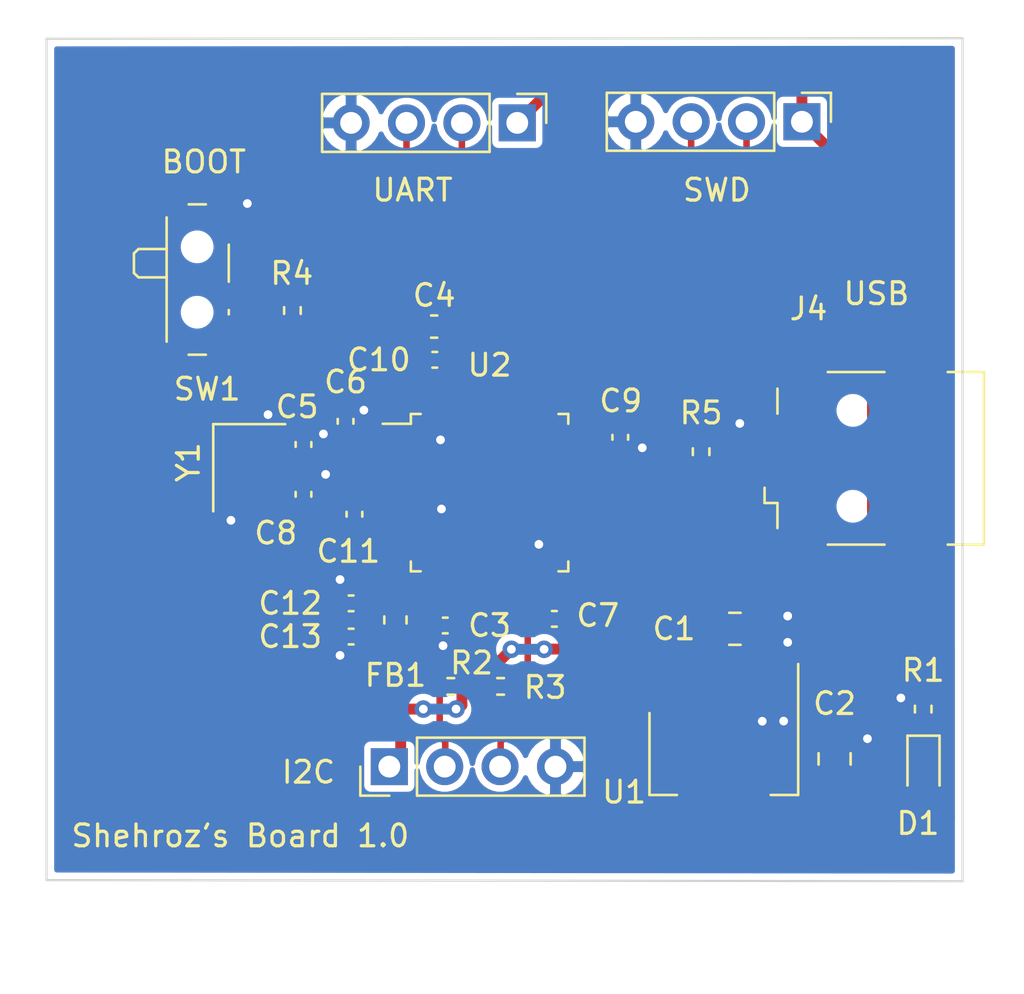
<source format=kicad_pcb>
(kicad_pcb (version 20171130) (host pcbnew 5.1.9+dfsg1-1+deb11u1)

  (general
    (thickness 1.6)
    (drawings 10)
    (tracks 241)
    (zones 0)
    (modules 28)
    (nets 48)
  )

  (page A4)
  (layers
    (0 F.Cu signal)
    (31 B.Cu power)
    (32 B.Adhes user)
    (33 F.Adhes user)
    (34 B.Paste user)
    (35 F.Paste user)
    (36 B.SilkS user)
    (37 F.SilkS user)
    (38 B.Mask user)
    (39 F.Mask user)
    (40 Dwgs.User user)
    (41 Cmts.User user)
    (42 Eco1.User user)
    (43 Eco2.User user)
    (44 Edge.Cuts user)
    (45 Margin user)
    (46 B.CrtYd user)
    (47 F.CrtYd user)
    (48 B.Fab user hide)
    (49 F.Fab user hide)
  )

  (setup
    (last_trace_width 0.25)
    (user_trace_width 0.3)
    (user_trace_width 0.5)
    (trace_clearance 0.2)
    (zone_clearance 0.3)
    (zone_45_only no)
    (trace_min 0.2)
    (via_size 0.8)
    (via_drill 0.4)
    (via_min_size 0.4)
    (via_min_drill 0.3)
    (user_via 0.7 0.3)
    (uvia_size 0.3)
    (uvia_drill 0.1)
    (uvias_allowed no)
    (uvia_min_size 0.2)
    (uvia_min_drill 0.1)
    (edge_width 0.05)
    (segment_width 0.2)
    (pcb_text_width 0.3)
    (pcb_text_size 1.5 1.5)
    (mod_edge_width 0.12)
    (mod_text_size 1 1)
    (mod_text_width 0.15)
    (pad_size 1.524 1.524)
    (pad_drill 0.762)
    (pad_to_mask_clearance 0)
    (aux_axis_origin 0 0)
    (visible_elements FFFFFF7F)
    (pcbplotparams
      (layerselection 0x010fc_ffffffff)
      (usegerberextensions false)
      (usegerberattributes true)
      (usegerberadvancedattributes true)
      (creategerberjobfile false)
      (excludeedgelayer true)
      (linewidth 0.100000)
      (plotframeref false)
      (viasonmask false)
      (mode 1)
      (useauxorigin false)
      (hpglpennumber 1)
      (hpglpenspeed 20)
      (hpglpendiameter 15.000000)
      (psnegative false)
      (psa4output false)
      (plotreference true)
      (plotvalue true)
      (plotinvisibletext false)
      (padsonsilk false)
      (subtractmaskfromsilk false)
      (outputformat 1)
      (mirror false)
      (drillshape 0)
      (scaleselection 1)
      (outputdirectory "manufacturing/"))
  )

  (net 0 "")
  (net 1 GND)
  (net 2 VBUS)
  (net 3 +3V3)
  (net 4 /NRST)
  (net 5 /HSE_IN)
  (net 6 /HSE_OUT)
  (net 7 +3.3VA)
  (net 8 "Net-(D1-Pad1)")
  (net 9 /I2C2_SDK)
  (net 10 /I2C2_SCL)
  (net 11 /USART1_RX)
  (net 12 /USART1_TX)
  (net 13 /SWCLK)
  (net 14 /SWDIO)
  (net 15 "Net-(J4-Pad4)")
  (net 16 /USB_D+)
  (net 17 /USB_D-)
  (net 18 "Net-(J4-Pad6)")
  (net 19 "Net-(R4-Pad2)")
  (net 20 "Net-(R4-Pad1)")
  (net 21 "Net-(U2-Pad46)")
  (net 22 "Net-(U2-Pad45)")
  (net 23 "Net-(U2-Pad41)")
  (net 24 "Net-(U2-Pad40)")
  (net 25 "Net-(U2-Pad39)")
  (net 26 "Net-(U2-Pad38)")
  (net 27 "Net-(U2-Pad31)")
  (net 28 "Net-(U2-Pad30)")
  (net 29 "Net-(U2-Pad29)")
  (net 30 "Net-(U2-Pad28)")
  (net 31 "Net-(U2-Pad27)")
  (net 32 "Net-(U2-Pad26)")
  (net 33 "Net-(U2-Pad25)")
  (net 34 "Net-(U2-Pad20)")
  (net 35 "Net-(U2-Pad19)")
  (net 36 "Net-(U2-Pad18)")
  (net 37 "Net-(U2-Pad17)")
  (net 38 "Net-(U2-Pad16)")
  (net 39 "Net-(U2-Pad15)")
  (net 40 "Net-(U2-Pad14)")
  (net 41 "Net-(U2-Pad13)")
  (net 42 "Net-(U2-Pad12)")
  (net 43 "Net-(U2-Pad11)")
  (net 44 "Net-(U2-Pad10)")
  (net 45 "Net-(U2-Pad4)")
  (net 46 "Net-(U2-Pad3)")
  (net 47 "Net-(U2-Pad2)")

  (net_class Default "This is the default net class."
    (clearance 0.2)
    (trace_width 0.25)
    (via_dia 0.8)
    (via_drill 0.4)
    (uvia_dia 0.3)
    (uvia_drill 0.1)
    (add_net +3.3VA)
    (add_net +3V3)
    (add_net /HSE_IN)
    (add_net /HSE_OUT)
    (add_net /I2C2_SCL)
    (add_net /I2C2_SDK)
    (add_net /NRST)
    (add_net /SWCLK)
    (add_net /SWDIO)
    (add_net /USART1_RX)
    (add_net /USART1_TX)
    (add_net /USB_D+)
    (add_net /USB_D-)
    (add_net GND)
    (add_net "Net-(D1-Pad1)")
    (add_net "Net-(J4-Pad4)")
    (add_net "Net-(J4-Pad6)")
    (add_net "Net-(R4-Pad1)")
    (add_net "Net-(R4-Pad2)")
    (add_net "Net-(U2-Pad10)")
    (add_net "Net-(U2-Pad11)")
    (add_net "Net-(U2-Pad12)")
    (add_net "Net-(U2-Pad13)")
    (add_net "Net-(U2-Pad14)")
    (add_net "Net-(U2-Pad15)")
    (add_net "Net-(U2-Pad16)")
    (add_net "Net-(U2-Pad17)")
    (add_net "Net-(U2-Pad18)")
    (add_net "Net-(U2-Pad19)")
    (add_net "Net-(U2-Pad2)")
    (add_net "Net-(U2-Pad20)")
    (add_net "Net-(U2-Pad25)")
    (add_net "Net-(U2-Pad26)")
    (add_net "Net-(U2-Pad27)")
    (add_net "Net-(U2-Pad28)")
    (add_net "Net-(U2-Pad29)")
    (add_net "Net-(U2-Pad3)")
    (add_net "Net-(U2-Pad30)")
    (add_net "Net-(U2-Pad31)")
    (add_net "Net-(U2-Pad38)")
    (add_net "Net-(U2-Pad39)")
    (add_net "Net-(U2-Pad4)")
    (add_net "Net-(U2-Pad40)")
    (add_net "Net-(U2-Pad41)")
    (add_net "Net-(U2-Pad45)")
    (add_net "Net-(U2-Pad46)")
    (add_net VBUS)
  )

  (module Crystal:Crystal_SMD_3225-4Pin_3.2x2.5mm (layer F.Cu) (tedit 5A0FD1B2) (tstamp 66BBEFDA)
    (at 70.7644 59.309 270)
    (descr "SMD Crystal SERIES SMD3225/4 http://www.txccrystal.com/images/pdf/7m-accuracy.pdf, 3.2x2.5mm^2 package")
    (tags "SMD SMT crystal")
    (path /66B92A75)
    (attr smd)
    (fp_text reference Y1 (at -0.254 2.794 90) (layer F.SilkS)
      (effects (font (size 1 1) (thickness 0.15)))
    )
    (fp_text value 16MHz (at 0 2.45 90) (layer F.Fab)
      (effects (font (size 1 1) (thickness 0.15)))
    )
    (fp_line (start 2.1 -1.7) (end -2.1 -1.7) (layer F.CrtYd) (width 0.05))
    (fp_line (start 2.1 1.7) (end 2.1 -1.7) (layer F.CrtYd) (width 0.05))
    (fp_line (start -2.1 1.7) (end 2.1 1.7) (layer F.CrtYd) (width 0.05))
    (fp_line (start -2.1 -1.7) (end -2.1 1.7) (layer F.CrtYd) (width 0.05))
    (fp_line (start -2 1.65) (end 2 1.65) (layer F.SilkS) (width 0.12))
    (fp_line (start -2 -1.65) (end -2 1.65) (layer F.SilkS) (width 0.12))
    (fp_line (start -1.6 0.25) (end -0.6 1.25) (layer F.Fab) (width 0.1))
    (fp_line (start 1.6 -1.25) (end -1.6 -1.25) (layer F.Fab) (width 0.1))
    (fp_line (start 1.6 1.25) (end 1.6 -1.25) (layer F.Fab) (width 0.1))
    (fp_line (start -1.6 1.25) (end 1.6 1.25) (layer F.Fab) (width 0.1))
    (fp_line (start -1.6 -1.25) (end -1.6 1.25) (layer F.Fab) (width 0.1))
    (fp_text user %R (at 0 0 90) (layer F.Fab)
      (effects (font (size 0.7 0.7) (thickness 0.105)))
    )
    (pad 4 smd rect (at -1.1 -0.85 270) (size 1.4 1.2) (layers F.Cu F.Paste F.Mask)
      (net 1 GND))
    (pad 3 smd rect (at 1.1 -0.85 270) (size 1.4 1.2) (layers F.Cu F.Paste F.Mask)
      (net 6 /HSE_OUT))
    (pad 2 smd rect (at 1.1 0.85 270) (size 1.4 1.2) (layers F.Cu F.Paste F.Mask)
      (net 1 GND))
    (pad 1 smd rect (at -1.1 0.85 270) (size 1.4 1.2) (layers F.Cu F.Paste F.Mask)
      (net 5 /HSE_IN))
    (model ${KISYS3DMOD}/Crystal.3dshapes/Crystal_SMD_3225-4Pin_3.2x2.5mm.wrl
      (at (xyz 0 0 0))
      (scale (xyz 1 1 1))
      (rotate (xyz 0 0 0))
    )
  )

  (module Package_QFP:LQFP-48_7x7mm_P0.5mm (layer F.Cu) (tedit 5D9F72AF) (tstamp 66BBEFC6)
    (at 81.788 60.452)
    (descr "LQFP, 48 Pin (https://www.analog.com/media/en/technical-documentation/data-sheets/ltc2358-16.pdf), generated with kicad-footprint-generator ipc_gullwing_generator.py")
    (tags "LQFP QFP")
    (path /66AA9A26)
    (attr smd)
    (fp_text reference U2 (at 0 -5.85) (layer F.SilkS)
      (effects (font (size 1 1) (thickness 0.15)))
    )
    (fp_text value STM32F103C8T6 (at 0 5.85) (layer F.Fab)
      (effects (font (size 1 1) (thickness 0.15)))
    )
    (fp_line (start 5.15 3.15) (end 5.15 0) (layer F.CrtYd) (width 0.05))
    (fp_line (start 3.75 3.15) (end 5.15 3.15) (layer F.CrtYd) (width 0.05))
    (fp_line (start 3.75 3.75) (end 3.75 3.15) (layer F.CrtYd) (width 0.05))
    (fp_line (start 3.15 3.75) (end 3.75 3.75) (layer F.CrtYd) (width 0.05))
    (fp_line (start 3.15 5.15) (end 3.15 3.75) (layer F.CrtYd) (width 0.05))
    (fp_line (start 0 5.15) (end 3.15 5.15) (layer F.CrtYd) (width 0.05))
    (fp_line (start -5.15 3.15) (end -5.15 0) (layer F.CrtYd) (width 0.05))
    (fp_line (start -3.75 3.15) (end -5.15 3.15) (layer F.CrtYd) (width 0.05))
    (fp_line (start -3.75 3.75) (end -3.75 3.15) (layer F.CrtYd) (width 0.05))
    (fp_line (start -3.15 3.75) (end -3.75 3.75) (layer F.CrtYd) (width 0.05))
    (fp_line (start -3.15 5.15) (end -3.15 3.75) (layer F.CrtYd) (width 0.05))
    (fp_line (start 0 5.15) (end -3.15 5.15) (layer F.CrtYd) (width 0.05))
    (fp_line (start 5.15 -3.15) (end 5.15 0) (layer F.CrtYd) (width 0.05))
    (fp_line (start 3.75 -3.15) (end 5.15 -3.15) (layer F.CrtYd) (width 0.05))
    (fp_line (start 3.75 -3.75) (end 3.75 -3.15) (layer F.CrtYd) (width 0.05))
    (fp_line (start 3.15 -3.75) (end 3.75 -3.75) (layer F.CrtYd) (width 0.05))
    (fp_line (start 3.15 -5.15) (end 3.15 -3.75) (layer F.CrtYd) (width 0.05))
    (fp_line (start 0 -5.15) (end 3.15 -5.15) (layer F.CrtYd) (width 0.05))
    (fp_line (start -5.15 -3.15) (end -5.15 0) (layer F.CrtYd) (width 0.05))
    (fp_line (start -3.75 -3.15) (end -5.15 -3.15) (layer F.CrtYd) (width 0.05))
    (fp_line (start -3.75 -3.75) (end -3.75 -3.15) (layer F.CrtYd) (width 0.05))
    (fp_line (start -3.15 -3.75) (end -3.75 -3.75) (layer F.CrtYd) (width 0.05))
    (fp_line (start -3.15 -5.15) (end -3.15 -3.75) (layer F.CrtYd) (width 0.05))
    (fp_line (start 0 -5.15) (end -3.15 -5.15) (layer F.CrtYd) (width 0.05))
    (fp_line (start -3.5 -2.5) (end -2.5 -3.5) (layer F.Fab) (width 0.1))
    (fp_line (start -3.5 3.5) (end -3.5 -2.5) (layer F.Fab) (width 0.1))
    (fp_line (start 3.5 3.5) (end -3.5 3.5) (layer F.Fab) (width 0.1))
    (fp_line (start 3.5 -3.5) (end 3.5 3.5) (layer F.Fab) (width 0.1))
    (fp_line (start -2.5 -3.5) (end 3.5 -3.5) (layer F.Fab) (width 0.1))
    (fp_line (start -3.61 -3.16) (end -4.9 -3.16) (layer F.SilkS) (width 0.12))
    (fp_line (start -3.61 -3.61) (end -3.61 -3.16) (layer F.SilkS) (width 0.12))
    (fp_line (start -3.16 -3.61) (end -3.61 -3.61) (layer F.SilkS) (width 0.12))
    (fp_line (start 3.61 -3.61) (end 3.61 -3.16) (layer F.SilkS) (width 0.12))
    (fp_line (start 3.16 -3.61) (end 3.61 -3.61) (layer F.SilkS) (width 0.12))
    (fp_line (start -3.61 3.61) (end -3.61 3.16) (layer F.SilkS) (width 0.12))
    (fp_line (start -3.16 3.61) (end -3.61 3.61) (layer F.SilkS) (width 0.12))
    (fp_line (start 3.61 3.61) (end 3.61 3.16) (layer F.SilkS) (width 0.12))
    (fp_line (start 3.16 3.61) (end 3.61 3.61) (layer F.SilkS) (width 0.12))
    (fp_text user %R (at 0 0) (layer F.Fab)
      (effects (font (size 1 1) (thickness 0.15)))
    )
    (pad 48 smd roundrect (at -2.75 -4.1625) (size 0.3 1.475) (layers F.Cu F.Paste F.Mask) (roundrect_rratio 0.25)
      (net 3 +3V3))
    (pad 47 smd roundrect (at -2.25 -4.1625) (size 0.3 1.475) (layers F.Cu F.Paste F.Mask) (roundrect_rratio 0.25)
      (net 1 GND))
    (pad 46 smd roundrect (at -1.75 -4.1625) (size 0.3 1.475) (layers F.Cu F.Paste F.Mask) (roundrect_rratio 0.25)
      (net 21 "Net-(U2-Pad46)"))
    (pad 45 smd roundrect (at -1.25 -4.1625) (size 0.3 1.475) (layers F.Cu F.Paste F.Mask) (roundrect_rratio 0.25)
      (net 22 "Net-(U2-Pad45)"))
    (pad 44 smd roundrect (at -0.75 -4.1625) (size 0.3 1.475) (layers F.Cu F.Paste F.Mask) (roundrect_rratio 0.25)
      (net 20 "Net-(R4-Pad1)"))
    (pad 43 smd roundrect (at -0.25 -4.1625) (size 0.3 1.475) (layers F.Cu F.Paste F.Mask) (roundrect_rratio 0.25)
      (net 11 /USART1_RX))
    (pad 42 smd roundrect (at 0.25 -4.1625) (size 0.3 1.475) (layers F.Cu F.Paste F.Mask) (roundrect_rratio 0.25)
      (net 12 /USART1_TX))
    (pad 41 smd roundrect (at 0.75 -4.1625) (size 0.3 1.475) (layers F.Cu F.Paste F.Mask) (roundrect_rratio 0.25)
      (net 23 "Net-(U2-Pad41)"))
    (pad 40 smd roundrect (at 1.25 -4.1625) (size 0.3 1.475) (layers F.Cu F.Paste F.Mask) (roundrect_rratio 0.25)
      (net 24 "Net-(U2-Pad40)"))
    (pad 39 smd roundrect (at 1.75 -4.1625) (size 0.3 1.475) (layers F.Cu F.Paste F.Mask) (roundrect_rratio 0.25)
      (net 25 "Net-(U2-Pad39)"))
    (pad 38 smd roundrect (at 2.25 -4.1625) (size 0.3 1.475) (layers F.Cu F.Paste F.Mask) (roundrect_rratio 0.25)
      (net 26 "Net-(U2-Pad38)"))
    (pad 37 smd roundrect (at 2.75 -4.1625) (size 0.3 1.475) (layers F.Cu F.Paste F.Mask) (roundrect_rratio 0.25)
      (net 13 /SWCLK))
    (pad 36 smd roundrect (at 4.1625 -2.75) (size 1.475 0.3) (layers F.Cu F.Paste F.Mask) (roundrect_rratio 0.25)
      (net 3 +3V3))
    (pad 35 smd roundrect (at 4.1625 -2.25) (size 1.475 0.3) (layers F.Cu F.Paste F.Mask) (roundrect_rratio 0.25)
      (net 1 GND))
    (pad 34 smd roundrect (at 4.1625 -1.75) (size 1.475 0.3) (layers F.Cu F.Paste F.Mask) (roundrect_rratio 0.25)
      (net 14 /SWDIO))
    (pad 33 smd roundrect (at 4.1625 -1.25) (size 1.475 0.3) (layers F.Cu F.Paste F.Mask) (roundrect_rratio 0.25)
      (net 16 /USB_D+))
    (pad 32 smd roundrect (at 4.1625 -0.75) (size 1.475 0.3) (layers F.Cu F.Paste F.Mask) (roundrect_rratio 0.25)
      (net 17 /USB_D-))
    (pad 31 smd roundrect (at 4.1625 -0.25) (size 1.475 0.3) (layers F.Cu F.Paste F.Mask) (roundrect_rratio 0.25)
      (net 27 "Net-(U2-Pad31)"))
    (pad 30 smd roundrect (at 4.1625 0.25) (size 1.475 0.3) (layers F.Cu F.Paste F.Mask) (roundrect_rratio 0.25)
      (net 28 "Net-(U2-Pad30)"))
    (pad 29 smd roundrect (at 4.1625 0.75) (size 1.475 0.3) (layers F.Cu F.Paste F.Mask) (roundrect_rratio 0.25)
      (net 29 "Net-(U2-Pad29)"))
    (pad 28 smd roundrect (at 4.1625 1.25) (size 1.475 0.3) (layers F.Cu F.Paste F.Mask) (roundrect_rratio 0.25)
      (net 30 "Net-(U2-Pad28)"))
    (pad 27 smd roundrect (at 4.1625 1.75) (size 1.475 0.3) (layers F.Cu F.Paste F.Mask) (roundrect_rratio 0.25)
      (net 31 "Net-(U2-Pad27)"))
    (pad 26 smd roundrect (at 4.1625 2.25) (size 1.475 0.3) (layers F.Cu F.Paste F.Mask) (roundrect_rratio 0.25)
      (net 32 "Net-(U2-Pad26)"))
    (pad 25 smd roundrect (at 4.1625 2.75) (size 1.475 0.3) (layers F.Cu F.Paste F.Mask) (roundrect_rratio 0.25)
      (net 33 "Net-(U2-Pad25)"))
    (pad 24 smd roundrect (at 2.75 4.1625) (size 0.3 1.475) (layers F.Cu F.Paste F.Mask) (roundrect_rratio 0.25)
      (net 3 +3V3))
    (pad 23 smd roundrect (at 2.25 4.1625) (size 0.3 1.475) (layers F.Cu F.Paste F.Mask) (roundrect_rratio 0.25)
      (net 1 GND))
    (pad 22 smd roundrect (at 1.75 4.1625) (size 0.3 1.475) (layers F.Cu F.Paste F.Mask) (roundrect_rratio 0.25)
      (net 9 /I2C2_SDK))
    (pad 21 smd roundrect (at 1.25 4.1625) (size 0.3 1.475) (layers F.Cu F.Paste F.Mask) (roundrect_rratio 0.25)
      (net 10 /I2C2_SCL))
    (pad 20 smd roundrect (at 0.75 4.1625) (size 0.3 1.475) (layers F.Cu F.Paste F.Mask) (roundrect_rratio 0.25)
      (net 34 "Net-(U2-Pad20)"))
    (pad 19 smd roundrect (at 0.25 4.1625) (size 0.3 1.475) (layers F.Cu F.Paste F.Mask) (roundrect_rratio 0.25)
      (net 35 "Net-(U2-Pad19)"))
    (pad 18 smd roundrect (at -0.25 4.1625) (size 0.3 1.475) (layers F.Cu F.Paste F.Mask) (roundrect_rratio 0.25)
      (net 36 "Net-(U2-Pad18)"))
    (pad 17 smd roundrect (at -0.75 4.1625) (size 0.3 1.475) (layers F.Cu F.Paste F.Mask) (roundrect_rratio 0.25)
      (net 37 "Net-(U2-Pad17)"))
    (pad 16 smd roundrect (at -1.25 4.1625) (size 0.3 1.475) (layers F.Cu F.Paste F.Mask) (roundrect_rratio 0.25)
      (net 38 "Net-(U2-Pad16)"))
    (pad 15 smd roundrect (at -1.75 4.1625) (size 0.3 1.475) (layers F.Cu F.Paste F.Mask) (roundrect_rratio 0.25)
      (net 39 "Net-(U2-Pad15)"))
    (pad 14 smd roundrect (at -2.25 4.1625) (size 0.3 1.475) (layers F.Cu F.Paste F.Mask) (roundrect_rratio 0.25)
      (net 40 "Net-(U2-Pad14)"))
    (pad 13 smd roundrect (at -2.75 4.1625) (size 0.3 1.475) (layers F.Cu F.Paste F.Mask) (roundrect_rratio 0.25)
      (net 41 "Net-(U2-Pad13)"))
    (pad 12 smd roundrect (at -4.1625 2.75) (size 1.475 0.3) (layers F.Cu F.Paste F.Mask) (roundrect_rratio 0.25)
      (net 42 "Net-(U2-Pad12)"))
    (pad 11 smd roundrect (at -4.1625 2.25) (size 1.475 0.3) (layers F.Cu F.Paste F.Mask) (roundrect_rratio 0.25)
      (net 43 "Net-(U2-Pad11)"))
    (pad 10 smd roundrect (at -4.1625 1.75) (size 1.475 0.3) (layers F.Cu F.Paste F.Mask) (roundrect_rratio 0.25)
      (net 44 "Net-(U2-Pad10)"))
    (pad 9 smd roundrect (at -4.1625 1.25) (size 1.475 0.3) (layers F.Cu F.Paste F.Mask) (roundrect_rratio 0.25)
      (net 7 +3.3VA))
    (pad 8 smd roundrect (at -4.1625 0.75) (size 1.475 0.3) (layers F.Cu F.Paste F.Mask) (roundrect_rratio 0.25)
      (net 1 GND))
    (pad 7 smd roundrect (at -4.1625 0.25) (size 1.475 0.3) (layers F.Cu F.Paste F.Mask) (roundrect_rratio 0.25)
      (net 4 /NRST))
    (pad 6 smd roundrect (at -4.1625 -0.25) (size 1.475 0.3) (layers F.Cu F.Paste F.Mask) (roundrect_rratio 0.25)
      (net 6 /HSE_OUT))
    (pad 5 smd roundrect (at -4.1625 -0.75) (size 1.475 0.3) (layers F.Cu F.Paste F.Mask) (roundrect_rratio 0.25)
      (net 5 /HSE_IN))
    (pad 4 smd roundrect (at -4.1625 -1.25) (size 1.475 0.3) (layers F.Cu F.Paste F.Mask) (roundrect_rratio 0.25)
      (net 45 "Net-(U2-Pad4)"))
    (pad 3 smd roundrect (at -4.1625 -1.75) (size 1.475 0.3) (layers F.Cu F.Paste F.Mask) (roundrect_rratio 0.25)
      (net 46 "Net-(U2-Pad3)"))
    (pad 2 smd roundrect (at -4.1625 -2.25) (size 1.475 0.3) (layers F.Cu F.Paste F.Mask) (roundrect_rratio 0.25)
      (net 47 "Net-(U2-Pad2)"))
    (pad 1 smd roundrect (at -4.1625 -2.75) (size 1.475 0.3) (layers F.Cu F.Paste F.Mask) (roundrect_rratio 0.25)
      (net 3 +3V3))
    (model ${KISYS3DMOD}/Package_QFP.3dshapes/LQFP-48_7x7mm_P0.5mm.wrl
      (at (xyz 0 0 0))
      (scale (xyz 1 1 1))
      (rotate (xyz 0 0 0))
    )
  )

  (module Package_TO_SOT_SMD:SOT-223-3_TabPin2 (layer F.Cu) (tedit 5A02FF57) (tstamp 66BBEF6B)
    (at 92.5322 72.4154 270)
    (descr "module CMS SOT223 4 pins")
    (tags "CMS SOT")
    (path /66BC9536)
    (attr smd)
    (fp_text reference U1 (at 1.778 4.572 180) (layer F.SilkS)
      (effects (font (size 1 1) (thickness 0.15)))
    )
    (fp_text value AMS1117-3.3 (at 0 4.5 90) (layer F.Fab)
      (effects (font (size 1 1) (thickness 0.15)))
    )
    (fp_line (start 1.85 -3.35) (end 1.85 3.35) (layer F.Fab) (width 0.1))
    (fp_line (start -1.85 3.35) (end 1.85 3.35) (layer F.Fab) (width 0.1))
    (fp_line (start -4.1 -3.41) (end 1.91 -3.41) (layer F.SilkS) (width 0.12))
    (fp_line (start -0.85 -3.35) (end 1.85 -3.35) (layer F.Fab) (width 0.1))
    (fp_line (start -1.85 3.41) (end 1.91 3.41) (layer F.SilkS) (width 0.12))
    (fp_line (start -1.85 -2.35) (end -1.85 3.35) (layer F.Fab) (width 0.1))
    (fp_line (start -1.85 -2.35) (end -0.85 -3.35) (layer F.Fab) (width 0.1))
    (fp_line (start -4.4 -3.6) (end -4.4 3.6) (layer F.CrtYd) (width 0.05))
    (fp_line (start -4.4 3.6) (end 4.4 3.6) (layer F.CrtYd) (width 0.05))
    (fp_line (start 4.4 3.6) (end 4.4 -3.6) (layer F.CrtYd) (width 0.05))
    (fp_line (start 4.4 -3.6) (end -4.4 -3.6) (layer F.CrtYd) (width 0.05))
    (fp_line (start 1.91 -3.41) (end 1.91 -2.15) (layer F.SilkS) (width 0.12))
    (fp_line (start 1.91 3.41) (end 1.91 2.15) (layer F.SilkS) (width 0.12))
    (fp_text user %R (at 0 0) (layer F.Fab)
      (effects (font (size 0.8 0.8) (thickness 0.12)))
    )
    (pad 1 smd rect (at -3.15 -2.3 270) (size 2 1.5) (layers F.Cu F.Paste F.Mask)
      (net 1 GND))
    (pad 3 smd rect (at -3.15 2.3 270) (size 2 1.5) (layers F.Cu F.Paste F.Mask)
      (net 2 VBUS))
    (pad 2 smd rect (at -3.15 0 270) (size 2 1.5) (layers F.Cu F.Paste F.Mask)
      (net 3 +3V3))
    (pad 2 smd rect (at 3.15 0 270) (size 2 3.8) (layers F.Cu F.Paste F.Mask)
      (net 3 +3V3))
    (model ${KISYS3DMOD}/Package_TO_SOT_SMD.3dshapes/SOT-223.wrl
      (at (xyz 0 0 0))
      (scale (xyz 1 1 1))
      (rotate (xyz 0 0 0))
    )
  )

  (module Button_Switch_SMD:SW_SPDT_PCM12 (layer F.Cu) (tedit 5A02FC95) (tstamp 66BBEF55)
    (at 68.707 50.673 270)
    (descr "Ultraminiature Surface Mount Slide Switch, right-angle, https://www.ckswitches.com/media/1424/pcm.pdf")
    (path /66B10275)
    (attr smd)
    (fp_text reference SW1 (at 5.0292 -0.127 180) (layer F.SilkS)
      (effects (font (size 1 1) (thickness 0.15)))
    )
    (fp_text value SW_SPDT (at 0 4.25 90) (layer F.Fab)
      (effects (font (size 1 1) (thickness 0.15)))
    )
    (fp_line (start 3.45 0.72) (end 3.45 -0.07) (layer F.SilkS) (width 0.12))
    (fp_line (start -3.45 -0.07) (end -3.45 0.72) (layer F.SilkS) (width 0.12))
    (fp_line (start -1.6 -1.12) (end 0.1 -1.12) (layer F.SilkS) (width 0.12))
    (fp_line (start -2.85 1.73) (end 2.85 1.73) (layer F.SilkS) (width 0.12))
    (fp_line (start -0.1 3.02) (end -0.1 1.73) (layer F.SilkS) (width 0.12))
    (fp_line (start -1.2 3.23) (end -0.3 3.23) (layer F.SilkS) (width 0.12))
    (fp_line (start -1.4 1.73) (end -1.4 3.02) (layer F.SilkS) (width 0.12))
    (fp_line (start -0.1 3.02) (end -0.3 3.23) (layer F.SilkS) (width 0.12))
    (fp_line (start -1.4 3.02) (end -1.2 3.23) (layer F.SilkS) (width 0.12))
    (fp_line (start -4.4 2.1) (end -4.4 -2.45) (layer F.CrtYd) (width 0.05))
    (fp_line (start -1.65 2.1) (end -4.4 2.1) (layer F.CrtYd) (width 0.05))
    (fp_line (start -1.65 3.4) (end -1.65 2.1) (layer F.CrtYd) (width 0.05))
    (fp_line (start 1.65 3.4) (end -1.65 3.4) (layer F.CrtYd) (width 0.05))
    (fp_line (start 1.65 2.1) (end 1.65 3.4) (layer F.CrtYd) (width 0.05))
    (fp_line (start 4.4 2.1) (end 1.65 2.1) (layer F.CrtYd) (width 0.05))
    (fp_line (start 4.4 -2.45) (end 4.4 2.1) (layer F.CrtYd) (width 0.05))
    (fp_line (start -4.4 -2.45) (end 4.4 -2.45) (layer F.CrtYd) (width 0.05))
    (fp_line (start 1.4 -1.12) (end 1.6 -1.12) (layer F.SilkS) (width 0.12))
    (fp_line (start 3.35 -1) (end -3.35 -1) (layer F.Fab) (width 0.1))
    (fp_line (start 3.35 1.6) (end 3.35 -1) (layer F.Fab) (width 0.1))
    (fp_line (start -3.35 1.6) (end 3.35 1.6) (layer F.Fab) (width 0.1))
    (fp_line (start -3.35 -1) (end -3.35 1.6) (layer F.Fab) (width 0.1))
    (fp_line (start -0.1 2.9) (end -0.1 1.6) (layer F.Fab) (width 0.1))
    (fp_line (start -0.15 2.95) (end -0.1 2.9) (layer F.Fab) (width 0.1))
    (fp_line (start -0.35 3.15) (end -0.15 2.95) (layer F.Fab) (width 0.1))
    (fp_line (start -1.2 3.15) (end -0.35 3.15) (layer F.Fab) (width 0.1))
    (fp_line (start -1.4 2.95) (end -1.2 3.15) (layer F.Fab) (width 0.1))
    (fp_line (start -1.4 1.65) (end -1.4 2.95) (layer F.Fab) (width 0.1))
    (fp_text user %R (at 0 -3.2 90) (layer F.Fab)
      (effects (font (size 1 1) (thickness 0.15)))
    )
    (pad "" smd rect (at -3.65 -0.78 270) (size 1 0.8) (layers F.Cu F.Paste F.Mask))
    (pad "" smd rect (at 3.65 -0.78 270) (size 1 0.8) (layers F.Cu F.Paste F.Mask))
    (pad "" smd rect (at 3.65 1.43 270) (size 1 0.8) (layers F.Cu F.Paste F.Mask))
    (pad "" smd rect (at -3.65 1.43 270) (size 1 0.8) (layers F.Cu F.Paste F.Mask))
    (pad 3 smd rect (at 2.25 -1.43 270) (size 0.7 1.5) (layers F.Cu F.Paste F.Mask)
      (net 3 +3V3))
    (pad 2 smd rect (at 0.75 -1.43 270) (size 0.7 1.5) (layers F.Cu F.Paste F.Mask)
      (net 19 "Net-(R4-Pad2)"))
    (pad 1 smd rect (at -2.25 -1.43 270) (size 0.7 1.5) (layers F.Cu F.Paste F.Mask)
      (net 1 GND))
    (pad "" np_thru_hole circle (at 1.5 0.33 270) (size 0.9 0.9) (drill 0.9) (layers *.Cu *.Mask))
    (pad "" np_thru_hole circle (at -1.5 0.33 270) (size 0.9 0.9) (drill 0.9) (layers *.Cu *.Mask))
    (model ${KISYS3DMOD}/Button_Switch_SMD.3dshapes/SW_SPDT_PCM12.wrl
      (at (xyz 0 0 0))
      (scale (xyz 1 1 1))
      (rotate (xyz 0 0 0))
    )
  )

  (module Resistor_SMD:R_0402_1005Metric (layer F.Cu) (tedit 5F68FEEE) (tstamp 66BBEF2B)
    (at 91.4908 58.5724 270)
    (descr "Resistor SMD 0402 (1005 Metric), square (rectangular) end terminal, IPC_7351 nominal, (Body size source: IPC-SM-782 page 72, https://www.pcb-3d.com/wordpress/wp-content/uploads/ipc-sm-782a_amendment_1_and_2.pdf), generated with kicad-footprint-generator")
    (tags resistor)
    (path /66B5D5A1)
    (attr smd)
    (fp_text reference R5 (at -1.778 0 180) (layer F.SilkS)
      (effects (font (size 1 1) (thickness 0.15)))
    )
    (fp_text value 1k5 (at 0 1.17 90) (layer F.Fab)
      (effects (font (size 1 1) (thickness 0.15)))
    )
    (fp_line (start 0.93 0.47) (end -0.93 0.47) (layer F.CrtYd) (width 0.05))
    (fp_line (start 0.93 -0.47) (end 0.93 0.47) (layer F.CrtYd) (width 0.05))
    (fp_line (start -0.93 -0.47) (end 0.93 -0.47) (layer F.CrtYd) (width 0.05))
    (fp_line (start -0.93 0.47) (end -0.93 -0.47) (layer F.CrtYd) (width 0.05))
    (fp_line (start -0.153641 0.38) (end 0.153641 0.38) (layer F.SilkS) (width 0.12))
    (fp_line (start -0.153641 -0.38) (end 0.153641 -0.38) (layer F.SilkS) (width 0.12))
    (fp_line (start 0.525 0.27) (end -0.525 0.27) (layer F.Fab) (width 0.1))
    (fp_line (start 0.525 -0.27) (end 0.525 0.27) (layer F.Fab) (width 0.1))
    (fp_line (start -0.525 -0.27) (end 0.525 -0.27) (layer F.Fab) (width 0.1))
    (fp_line (start -0.525 0.27) (end -0.525 -0.27) (layer F.Fab) (width 0.1))
    (fp_text user %R (at 0 0 90) (layer F.Fab)
      (effects (font (size 0.26 0.26) (thickness 0.04)))
    )
    (pad 2 smd roundrect (at 0.51 0 270) (size 0.54 0.64) (layers F.Cu F.Paste F.Mask) (roundrect_rratio 0.25)
      (net 16 /USB_D+))
    (pad 1 smd roundrect (at -0.51 0 270) (size 0.54 0.64) (layers F.Cu F.Paste F.Mask) (roundrect_rratio 0.25)
      (net 3 +3V3))
    (model ${KISYS3DMOD}/Resistor_SMD.3dshapes/R_0402_1005Metric.wrl
      (at (xyz 0 0 0))
      (scale (xyz 1 1 1))
      (rotate (xyz 0 0 0))
    )
  )

  (module Resistor_SMD:R_0402_1005Metric (layer F.Cu) (tedit 5F68FEEE) (tstamp 66BBEF1A)
    (at 72.7456 52.0954 270)
    (descr "Resistor SMD 0402 (1005 Metric), square (rectangular) end terminal, IPC_7351 nominal, (Body size source: IPC-SM-782 page 72, https://www.pcb-3d.com/wordpress/wp-content/uploads/ipc-sm-782a_amendment_1_and_2.pdf), generated with kicad-footprint-generator")
    (tags resistor)
    (path /66B179D3)
    (attr smd)
    (fp_text reference R4 (at -1.7018 0.0274 180) (layer F.SilkS)
      (effects (font (size 1 1) (thickness 0.15)))
    )
    (fp_text value 10k (at 0 1.17 90) (layer F.Fab)
      (effects (font (size 1 1) (thickness 0.15)))
    )
    (fp_line (start 0.93 0.47) (end -0.93 0.47) (layer F.CrtYd) (width 0.05))
    (fp_line (start 0.93 -0.47) (end 0.93 0.47) (layer F.CrtYd) (width 0.05))
    (fp_line (start -0.93 -0.47) (end 0.93 -0.47) (layer F.CrtYd) (width 0.05))
    (fp_line (start -0.93 0.47) (end -0.93 -0.47) (layer F.CrtYd) (width 0.05))
    (fp_line (start -0.153641 0.38) (end 0.153641 0.38) (layer F.SilkS) (width 0.12))
    (fp_line (start -0.153641 -0.38) (end 0.153641 -0.38) (layer F.SilkS) (width 0.12))
    (fp_line (start 0.525 0.27) (end -0.525 0.27) (layer F.Fab) (width 0.1))
    (fp_line (start 0.525 -0.27) (end 0.525 0.27) (layer F.Fab) (width 0.1))
    (fp_line (start -0.525 -0.27) (end 0.525 -0.27) (layer F.Fab) (width 0.1))
    (fp_line (start -0.525 0.27) (end -0.525 -0.27) (layer F.Fab) (width 0.1))
    (fp_text user %R (at 0 0 90) (layer F.Fab)
      (effects (font (size 0.26 0.26) (thickness 0.04)))
    )
    (pad 2 smd roundrect (at 0.51 0 270) (size 0.54 0.64) (layers F.Cu F.Paste F.Mask) (roundrect_rratio 0.25)
      (net 19 "Net-(R4-Pad2)"))
    (pad 1 smd roundrect (at -0.51 0 270) (size 0.54 0.64) (layers F.Cu F.Paste F.Mask) (roundrect_rratio 0.25)
      (net 20 "Net-(R4-Pad1)"))
    (model ${KISYS3DMOD}/Resistor_SMD.3dshapes/R_0402_1005Metric.wrl
      (at (xyz 0 0 0))
      (scale (xyz 1 1 1))
      (rotate (xyz 0 0 0))
    )
  )

  (module Resistor_SMD:R_0402_1005Metric (layer F.Cu) (tedit 5F68FEEE) (tstamp 66BBEF09)
    (at 82.294 69.342)
    (descr "Resistor SMD 0402 (1005 Metric), square (rectangular) end terminal, IPC_7351 nominal, (Body size source: IPC-SM-782 page 72, https://www.pcb-3d.com/wordpress/wp-content/uploads/ipc-sm-782a_amendment_1_and_2.pdf), generated with kicad-footprint-generator")
    (tags resistor)
    (path /66C1F076)
    (attr smd)
    (fp_text reference R3 (at 2.03908 0.04826) (layer F.SilkS)
      (effects (font (size 1 1) (thickness 0.15)))
    )
    (fp_text value 1k5 (at 0 1.17) (layer F.Fab)
      (effects (font (size 1 1) (thickness 0.15)))
    )
    (fp_line (start 0.93 0.47) (end -0.93 0.47) (layer F.CrtYd) (width 0.05))
    (fp_line (start 0.93 -0.47) (end 0.93 0.47) (layer F.CrtYd) (width 0.05))
    (fp_line (start -0.93 -0.47) (end 0.93 -0.47) (layer F.CrtYd) (width 0.05))
    (fp_line (start -0.93 0.47) (end -0.93 -0.47) (layer F.CrtYd) (width 0.05))
    (fp_line (start -0.153641 0.38) (end 0.153641 0.38) (layer F.SilkS) (width 0.12))
    (fp_line (start -0.153641 -0.38) (end 0.153641 -0.38) (layer F.SilkS) (width 0.12))
    (fp_line (start 0.525 0.27) (end -0.525 0.27) (layer F.Fab) (width 0.1))
    (fp_line (start 0.525 -0.27) (end 0.525 0.27) (layer F.Fab) (width 0.1))
    (fp_line (start -0.525 -0.27) (end 0.525 -0.27) (layer F.Fab) (width 0.1))
    (fp_line (start -0.525 0.27) (end -0.525 -0.27) (layer F.Fab) (width 0.1))
    (fp_text user %R (at 0 0) (layer F.Fab)
      (effects (font (size 0.26 0.26) (thickness 0.04)))
    )
    (pad 2 smd roundrect (at 0.51 0) (size 0.54 0.64) (layers F.Cu F.Paste F.Mask) (roundrect_rratio 0.25)
      (net 9 /I2C2_SDK))
    (pad 1 smd roundrect (at -0.51 0) (size 0.54 0.64) (layers F.Cu F.Paste F.Mask) (roundrect_rratio 0.25)
      (net 3 +3V3))
    (model ${KISYS3DMOD}/Resistor_SMD.3dshapes/R_0402_1005Metric.wrl
      (at (xyz 0 0 0))
      (scale (xyz 1 1 1))
      (rotate (xyz 0 0 0))
    )
  )

  (module Resistor_SMD:R_0402_1005Metric (layer F.Cu) (tedit 5F68FEEE) (tstamp 66BBEEF8)
    (at 80.01 69.342 180)
    (descr "Resistor SMD 0402 (1005 Metric), square (rectangular) end terminal, IPC_7351 nominal, (Body size source: IPC-SM-782 page 72, https://www.pcb-3d.com/wordpress/wp-content/uploads/ipc-sm-782a_amendment_1_and_2.pdf), generated with kicad-footprint-generator")
    (tags resistor)
    (path /66C1880F)
    (attr smd)
    (fp_text reference R2 (at -0.9525 1.07442) (layer F.SilkS)
      (effects (font (size 1 1) (thickness 0.15)))
    )
    (fp_text value 1k5 (at 0 1.17) (layer F.Fab)
      (effects (font (size 1 1) (thickness 0.15)))
    )
    (fp_line (start 0.93 0.47) (end -0.93 0.47) (layer F.CrtYd) (width 0.05))
    (fp_line (start 0.93 -0.47) (end 0.93 0.47) (layer F.CrtYd) (width 0.05))
    (fp_line (start -0.93 -0.47) (end 0.93 -0.47) (layer F.CrtYd) (width 0.05))
    (fp_line (start -0.93 0.47) (end -0.93 -0.47) (layer F.CrtYd) (width 0.05))
    (fp_line (start -0.153641 0.38) (end 0.153641 0.38) (layer F.SilkS) (width 0.12))
    (fp_line (start -0.153641 -0.38) (end 0.153641 -0.38) (layer F.SilkS) (width 0.12))
    (fp_line (start 0.525 0.27) (end -0.525 0.27) (layer F.Fab) (width 0.1))
    (fp_line (start 0.525 -0.27) (end 0.525 0.27) (layer F.Fab) (width 0.1))
    (fp_line (start -0.525 -0.27) (end 0.525 -0.27) (layer F.Fab) (width 0.1))
    (fp_line (start -0.525 0.27) (end -0.525 -0.27) (layer F.Fab) (width 0.1))
    (fp_text user %R (at 0 0) (layer F.Fab)
      (effects (font (size 0.26 0.26) (thickness 0.04)))
    )
    (pad 2 smd roundrect (at 0.51 0 180) (size 0.54 0.64) (layers F.Cu F.Paste F.Mask) (roundrect_rratio 0.25)
      (net 10 /I2C2_SCL))
    (pad 1 smd roundrect (at -0.51 0 180) (size 0.54 0.64) (layers F.Cu F.Paste F.Mask) (roundrect_rratio 0.25)
      (net 3 +3V3))
    (model ${KISYS3DMOD}/Resistor_SMD.3dshapes/R_0402_1005Metric.wrl
      (at (xyz 0 0 0))
      (scale (xyz 1 1 1))
      (rotate (xyz 0 0 0))
    )
  )

  (module Resistor_SMD:R_0402_1005Metric (layer F.Cu) (tedit 5F68FEEE) (tstamp 66BBEEE7)
    (at 101.6762 70.3834 90)
    (descr "Resistor SMD 0402 (1005 Metric), square (rectangular) end terminal, IPC_7351 nominal, (Body size source: IPC-SM-782 page 72, https://www.pcb-3d.com/wordpress/wp-content/uploads/ipc-sm-782a_amendment_1_and_2.pdf), generated with kicad-footprint-generator")
    (tags resistor)
    (path /66BEBF52)
    (attr smd)
    (fp_text reference R1 (at 1.778 0 180) (layer F.SilkS)
      (effects (font (size 1 1) (thickness 0.15)))
    )
    (fp_text value 1k5 (at 0 1.17 90) (layer F.Fab)
      (effects (font (size 1 1) (thickness 0.15)))
    )
    (fp_line (start 0.93 0.47) (end -0.93 0.47) (layer F.CrtYd) (width 0.05))
    (fp_line (start 0.93 -0.47) (end 0.93 0.47) (layer F.CrtYd) (width 0.05))
    (fp_line (start -0.93 -0.47) (end 0.93 -0.47) (layer F.CrtYd) (width 0.05))
    (fp_line (start -0.93 0.47) (end -0.93 -0.47) (layer F.CrtYd) (width 0.05))
    (fp_line (start -0.153641 0.38) (end 0.153641 0.38) (layer F.SilkS) (width 0.12))
    (fp_line (start -0.153641 -0.38) (end 0.153641 -0.38) (layer F.SilkS) (width 0.12))
    (fp_line (start 0.525 0.27) (end -0.525 0.27) (layer F.Fab) (width 0.1))
    (fp_line (start 0.525 -0.27) (end 0.525 0.27) (layer F.Fab) (width 0.1))
    (fp_line (start -0.525 -0.27) (end 0.525 -0.27) (layer F.Fab) (width 0.1))
    (fp_line (start -0.525 0.27) (end -0.525 -0.27) (layer F.Fab) (width 0.1))
    (fp_text user %R (at 0 0 90) (layer F.Fab)
      (effects (font (size 0.26 0.26) (thickness 0.04)))
    )
    (pad 2 smd roundrect (at 0.51 0 90) (size 0.54 0.64) (layers F.Cu F.Paste F.Mask) (roundrect_rratio 0.25)
      (net 1 GND))
    (pad 1 smd roundrect (at -0.51 0 90) (size 0.54 0.64) (layers F.Cu F.Paste F.Mask) (roundrect_rratio 0.25)
      (net 8 "Net-(D1-Pad1)"))
    (model ${KISYS3DMOD}/Resistor_SMD.3dshapes/R_0402_1005Metric.wrl
      (at (xyz 0 0 0))
      (scale (xyz 1 1 1))
      (rotate (xyz 0 0 0))
    )
  )

  (module Connector_USB:USB_Mini-B_Wuerth_65100516121_Horizontal (layer F.Cu) (tedit 5D90ED94) (tstamp 66BBEED6)
    (at 98.4504 58.8772 90)
    (descr "Mini USB 2.0 Type B SMT Horizontal 5 Contacts (https://katalog.we-online.de/em/datasheet/65100516121.pdf)")
    (tags "Mini USB 2.0 Type B")
    (path /66BC40FC)
    (attr smd)
    (fp_text reference J4 (at 6.858 -2.032 180) (layer F.SilkS)
      (effects (font (size 1 1) (thickness 0.15)))
    )
    (fp_text value USB_B_Mini (at 0 7.35 90) (layer F.Fab)
      (effects (font (size 1 1) (thickness 0.15)))
    )
    (fp_line (start -5.89 4.65) (end -5.9 1.15) (layer F.CrtYd) (width 0.05))
    (fp_line (start -4.35 -0.85) (end -5.9 -0.85) (layer F.CrtYd) (width 0.05))
    (fp_line (start -5.9 1.15) (end -4.35 1.15) (layer F.CrtYd) (width 0.05))
    (fp_line (start -4.35 4.65) (end -5.89 4.65) (layer F.CrtYd) (width 0.05))
    (fp_line (start 5.9 1.15) (end 5.9 4.65) (layer F.CrtYd) (width 0.05))
    (fp_line (start 5.9 -0.85) (end 4.35 -0.85) (layer F.CrtYd) (width 0.05))
    (fp_line (start 4.35 1.15) (end 5.9 1.15) (layer F.CrtYd) (width 0.05))
    (fp_line (start 5.9 4.65) (end 4.35 4.65) (layer F.CrtYd) (width 0.05))
    (fp_line (start 4.35 -0.85) (end 4.35 1.15) (layer F.CrtYd) (width 0.05))
    (fp_line (start -4.35 1.15) (end -4.35 -0.85) (layer F.CrtYd) (width 0.05))
    (fp_line (start 4.35 4.65) (end 4.35 6.4) (layer F.CrtYd) (width 0.05))
    (fp_line (start -4.35 6.4) (end -4.35 4.65) (layer F.CrtYd) (width 0.05))
    (fp_line (start -1.3 -3.35) (end 3.85 -3.35) (layer F.Fab) (width 0.1))
    (fp_line (start -1.6 -2.85) (end -1.3 -3.35) (layer F.Fab) (width 0.1))
    (fp_line (start -1.9 -3.35) (end -1.6 -2.85) (layer F.Fab) (width 0.1))
    (fp_line (start 4.35 6.4) (end -4.35 6.4) (layer F.CrtYd) (width 0.05))
    (fp_line (start 5.9 -4.35) (end 5.9 -0.85) (layer F.CrtYd) (width 0.05))
    (fp_line (start -5.9 -4.35) (end 5.9 -4.35) (layer F.CrtYd) (width 0.05))
    (fp_line (start -5.9 -0.85) (end -5.9 -4.35) (layer F.CrtYd) (width 0.05))
    (fp_line (start 3.96 6.01) (end 3.96 4.35) (layer F.SilkS) (width 0.12))
    (fp_line (start -3.96 6.01) (end 3.96 6.01) (layer F.SilkS) (width 0.12))
    (fp_line (start -3.96 4.35) (end -3.96 6.01) (layer F.SilkS) (width 0.12))
    (fp_line (start 2.05 -3.46) (end 3.2 -3.46) (layer F.SilkS) (width 0.12))
    (fp_line (start -2.05 -4.05) (end -1.35 -4.05) (layer F.SilkS) (width 0.12))
    (fp_line (start -2.05 -3.46) (end -2.05 -4.05) (layer F.SilkS) (width 0.12))
    (fp_line (start -3.2 -3.46) (end -2.05 -3.46) (layer F.SilkS) (width 0.12))
    (fp_line (start 3.96 -1.15) (end 3.96 1.45) (layer F.SilkS) (width 0.12))
    (fp_line (start -3.96 1.45) (end -3.96 -1.15) (layer F.SilkS) (width 0.12))
    (fp_line (start -3.85 5.9) (end -3.85 -3.35) (layer F.Fab) (width 0.1))
    (fp_line (start 3.85 5.9) (end -3.85 5.9) (layer F.Fab) (width 0.1))
    (fp_line (start 3.85 -3.35) (end 3.85 5.9) (layer F.Fab) (width 0.1))
    (fp_line (start -3.85 -3.35) (end -1.9 -3.35) (layer F.Fab) (width 0.1))
    (fp_text user %R (at 0 0 90) (layer F.Fab)
      (effects (font (size 1 1) (thickness 0.15)))
    )
    (pad "" np_thru_hole circle (at 2.2 0 90) (size 0.9 0.9) (drill 0.9) (layers *.Cu *.Mask))
    (pad "" np_thru_hole circle (at -2.2 0 90) (size 0.9 0.9) (drill 0.9) (layers *.Cu *.Mask))
    (pad 5 smd rect (at 1.6 -2.6 90) (size 0.5 2.5) (layers F.Cu F.Paste F.Mask)
      (net 1 GND))
    (pad 4 smd rect (at 0.8 -2.6 90) (size 0.5 2.5) (layers F.Cu F.Paste F.Mask)
      (net 15 "Net-(J4-Pad4)"))
    (pad 3 smd rect (at 0 -2.6 90) (size 0.5 2.5) (layers F.Cu F.Paste F.Mask)
      (net 16 /USB_D+))
    (pad 2 smd rect (at -0.8 -2.6 90) (size 0.5 2.5) (layers F.Cu F.Paste F.Mask)
      (net 17 /USB_D-))
    (pad 1 smd rect (at -1.6 -2.6 90) (size 0.5 2.5) (layers F.Cu F.Paste F.Mask)
      (net 2 VBUS))
    (pad 6 smd rect (at 4.4 -2.6 90) (size 2 2.5) (layers F.Cu F.Paste F.Mask)
      (net 18 "Net-(J4-Pad6)"))
    (pad 6 smd rect (at -4.4 -2.6 90) (size 2 2.5) (layers F.Cu F.Paste F.Mask)
      (net 18 "Net-(J4-Pad6)"))
    (pad 6 smd rect (at 4.4 2.9 90) (size 2 2.5) (layers F.Cu F.Paste F.Mask)
      (net 18 "Net-(J4-Pad6)"))
    (pad 6 smd rect (at -4.4 2.9 90) (size 2 2.5) (layers F.Cu F.Paste F.Mask)
      (net 18 "Net-(J4-Pad6)"))
    (model ${KISYS3DMOD}/Connector_USB.3dshapes/USB_Mini-B_Wuerth_65100516121_Horizontal.wrl
      (at (xyz 0 0 0))
      (scale (xyz 1 1 1))
      (rotate (xyz 0 0 0))
    )
  )

  (module Connector_PinHeader_2.54mm:PinHeader_1x04_P2.54mm_Vertical (layer F.Cu) (tedit 59FED5CC) (tstamp 66BBEEA6)
    (at 96.1136 43.434 270)
    (descr "Through hole straight pin header, 1x04, 2.54mm pitch, single row")
    (tags "Through hole pin header THT 1x04 2.54mm single row")
    (path /66B74E44)
    (attr smd)
    (fp_text reference J3 (at -2.54 7.112 180) (layer F.Fab)
      (effects (font (size 1 1) (thickness 0.15)))
    )
    (fp_text value Conn_01x04_Male (at 0 9.95 90) (layer F.Fab)
      (effects (font (size 1 1) (thickness 0.15)))
    )
    (fp_line (start 1.8 -1.8) (end -1.8 -1.8) (layer F.CrtYd) (width 0.05))
    (fp_line (start 1.8 9.4) (end 1.8 -1.8) (layer F.CrtYd) (width 0.05))
    (fp_line (start -1.8 9.4) (end 1.8 9.4) (layer F.CrtYd) (width 0.05))
    (fp_line (start -1.8 -1.8) (end -1.8 9.4) (layer F.CrtYd) (width 0.05))
    (fp_line (start -1.33 -1.33) (end 0 -1.33) (layer F.SilkS) (width 0.12))
    (fp_line (start -1.33 0) (end -1.33 -1.33) (layer F.SilkS) (width 0.12))
    (fp_line (start -1.33 1.27) (end 1.33 1.27) (layer F.SilkS) (width 0.12))
    (fp_line (start 1.33 1.27) (end 1.33 8.95) (layer F.SilkS) (width 0.12))
    (fp_line (start -1.33 1.27) (end -1.33 8.95) (layer F.SilkS) (width 0.12))
    (fp_line (start -1.33 8.95) (end 1.33 8.95) (layer F.SilkS) (width 0.12))
    (fp_line (start -1.27 -0.635) (end -0.635 -1.27) (layer F.Fab) (width 0.1))
    (fp_line (start -1.27 8.89) (end -1.27 -0.635) (layer F.Fab) (width 0.1))
    (fp_line (start 1.27 8.89) (end -1.27 8.89) (layer F.Fab) (width 0.1))
    (fp_line (start 1.27 -1.27) (end 1.27 8.89) (layer F.Fab) (width 0.1))
    (fp_line (start -0.635 -1.27) (end 1.27 -1.27) (layer F.Fab) (width 0.1))
    (fp_text user %R (at 0 3.81) (layer F.Fab)
      (effects (font (size 1 1) (thickness 0.15)))
    )
    (pad 4 thru_hole oval (at 0 7.62 270) (size 1.7 1.7) (drill 1) (layers *.Cu *.Mask)
      (net 1 GND))
    (pad 3 thru_hole oval (at 0 5.08 270) (size 1.7 1.7) (drill 1) (layers *.Cu *.Mask)
      (net 13 /SWCLK))
    (pad 2 thru_hole oval (at 0 2.54 270) (size 1.7 1.7) (drill 1) (layers *.Cu *.Mask)
      (net 14 /SWDIO))
    (pad 1 thru_hole rect (at 0 0 270) (size 1.7 1.7) (drill 1) (layers *.Cu *.Mask)
      (net 3 +3V3))
    (model ${KISYS3DMOD}/Connector_PinHeader_2.54mm.3dshapes/PinHeader_1x04_P2.54mm_Vertical.wrl
      (at (xyz 0 0 0))
      (scale (xyz 1 1 1))
      (rotate (xyz 0 0 0))
    )
  )

  (module Connector_PinHeader_2.54mm:PinHeader_1x04_P2.54mm_Vertical (layer F.Cu) (tedit 59FED5CC) (tstamp 66BBEE8E)
    (at 83.058 43.4848 270)
    (descr "Through hole straight pin header, 1x04, 2.54mm pitch, single row")
    (tags "Through hole pin header THT 1x04 2.54mm single row")
    (path /66BC2AB7)
    (attr smd)
    (fp_text reference J2 (at -3.302 5.334 180) (layer F.Fab)
      (effects (font (size 1 1) (thickness 0.15)))
    )
    (fp_text value Conn_01x04_Male (at 0 9.95 90) (layer F.Fab)
      (effects (font (size 1 1) (thickness 0.15)))
    )
    (fp_line (start 1.8 -1.8) (end -1.8 -1.8) (layer F.CrtYd) (width 0.05))
    (fp_line (start 1.8 9.4) (end 1.8 -1.8) (layer F.CrtYd) (width 0.05))
    (fp_line (start -1.8 9.4) (end 1.8 9.4) (layer F.CrtYd) (width 0.05))
    (fp_line (start -1.8 -1.8) (end -1.8 9.4) (layer F.CrtYd) (width 0.05))
    (fp_line (start -1.33 -1.33) (end 0 -1.33) (layer F.SilkS) (width 0.12))
    (fp_line (start -1.33 0) (end -1.33 -1.33) (layer F.SilkS) (width 0.12))
    (fp_line (start -1.33 1.27) (end 1.33 1.27) (layer F.SilkS) (width 0.12))
    (fp_line (start 1.33 1.27) (end 1.33 8.95) (layer F.SilkS) (width 0.12))
    (fp_line (start -1.33 1.27) (end -1.33 8.95) (layer F.SilkS) (width 0.12))
    (fp_line (start -1.33 8.95) (end 1.33 8.95) (layer F.SilkS) (width 0.12))
    (fp_line (start -1.27 -0.635) (end -0.635 -1.27) (layer F.Fab) (width 0.1))
    (fp_line (start -1.27 8.89) (end -1.27 -0.635) (layer F.Fab) (width 0.1))
    (fp_line (start 1.27 8.89) (end -1.27 8.89) (layer F.Fab) (width 0.1))
    (fp_line (start 1.27 -1.27) (end 1.27 8.89) (layer F.Fab) (width 0.1))
    (fp_line (start -0.635 -1.27) (end 1.27 -1.27) (layer F.Fab) (width 0.1))
    (fp_text user %R (at 0 3.81) (layer F.Fab)
      (effects (font (size 1 1) (thickness 0.15)))
    )
    (pad 4 thru_hole oval (at 0 7.62 270) (size 1.7 1.7) (drill 1) (layers *.Cu *.Mask)
      (net 1 GND))
    (pad 3 thru_hole oval (at 0 5.08 270) (size 1.7 1.7) (drill 1) (layers *.Cu *.Mask)
      (net 11 /USART1_RX))
    (pad 2 thru_hole oval (at 0 2.54 270) (size 1.7 1.7) (drill 1) (layers *.Cu *.Mask)
      (net 12 /USART1_TX))
    (pad 1 thru_hole rect (at 0 0 270) (size 1.7 1.7) (drill 1) (layers *.Cu *.Mask)
      (net 3 +3V3))
    (model ${KISYS3DMOD}/Connector_PinHeader_2.54mm.3dshapes/PinHeader_1x04_P2.54mm_Vertical.wrl
      (at (xyz 0 0 0))
      (scale (xyz 1 1 1))
      (rotate (xyz 0 0 0))
    )
  )

  (module Connector_PinHeader_2.54mm:PinHeader_1x04_P2.54mm_Vertical (layer F.Cu) (tedit 59FED5CC) (tstamp 66BBEE76)
    (at 77.1906 73.025 90)
    (descr "Through hole straight pin header, 1x04, 2.54mm pitch, single row")
    (tags "Through hole pin header THT 1x04 2.54mm single row")
    (path /66C05574)
    (attr smd)
    (fp_text reference J1 (at 0 -2.33 90) (layer F.Fab)
      (effects (font (size 1 1) (thickness 0.15)))
    )
    (fp_text value Conn_01x04_Male (at 0 9.95 90) (layer F.Fab)
      (effects (font (size 1 1) (thickness 0.15)))
    )
    (fp_line (start 1.8 -1.8) (end -1.8 -1.8) (layer F.CrtYd) (width 0.05))
    (fp_line (start 1.8 9.4) (end 1.8 -1.8) (layer F.CrtYd) (width 0.05))
    (fp_line (start -1.8 9.4) (end 1.8 9.4) (layer F.CrtYd) (width 0.05))
    (fp_line (start -1.8 -1.8) (end -1.8 9.4) (layer F.CrtYd) (width 0.05))
    (fp_line (start -1.33 -1.33) (end 0 -1.33) (layer F.SilkS) (width 0.12))
    (fp_line (start -1.33 0) (end -1.33 -1.33) (layer F.SilkS) (width 0.12))
    (fp_line (start -1.33 1.27) (end 1.33 1.27) (layer F.SilkS) (width 0.12))
    (fp_line (start 1.33 1.27) (end 1.33 8.95) (layer F.SilkS) (width 0.12))
    (fp_line (start -1.33 1.27) (end -1.33 8.95) (layer F.SilkS) (width 0.12))
    (fp_line (start -1.33 8.95) (end 1.33 8.95) (layer F.SilkS) (width 0.12))
    (fp_line (start -1.27 -0.635) (end -0.635 -1.27) (layer F.Fab) (width 0.1))
    (fp_line (start -1.27 8.89) (end -1.27 -0.635) (layer F.Fab) (width 0.1))
    (fp_line (start 1.27 8.89) (end -1.27 8.89) (layer F.Fab) (width 0.1))
    (fp_line (start 1.27 -1.27) (end 1.27 8.89) (layer F.Fab) (width 0.1))
    (fp_line (start -0.635 -1.27) (end 1.27 -1.27) (layer F.Fab) (width 0.1))
    (fp_text user %R (at 0 3.81) (layer F.Fab)
      (effects (font (size 1 1) (thickness 0.15)))
    )
    (pad 4 thru_hole oval (at 0 7.62 90) (size 1.7 1.7) (drill 1) (layers *.Cu *.Mask)
      (net 1 GND))
    (pad 3 thru_hole oval (at 0 5.08 90) (size 1.7 1.7) (drill 1) (layers *.Cu *.Mask)
      (net 9 /I2C2_SDK))
    (pad 2 thru_hole oval (at 0 2.54 90) (size 1.7 1.7) (drill 1) (layers *.Cu *.Mask)
      (net 10 /I2C2_SCL))
    (pad 1 thru_hole rect (at 0 0 90) (size 1.7 1.7) (drill 1) (layers *.Cu *.Mask)
      (net 3 +3V3))
    (model ${KISYS3DMOD}/Connector_PinHeader_2.54mm.3dshapes/PinHeader_1x04_P2.54mm_Vertical.wrl
      (at (xyz 0 0 0))
      (scale (xyz 1 1 1))
      (rotate (xyz 0 0 0))
    )
  )

  (module Inductor_SMD:L_0603_1608Metric (layer F.Cu) (tedit 5F68FEF0) (tstamp 66BBEE5E)
    (at 77.47 66.294 90)
    (descr "Inductor SMD 0603 (1608 Metric), square (rectangular) end terminal, IPC_7351 nominal, (Body size source: http://www.tortai-tech.com/upload/download/2011102023233369053.pdf), generated with kicad-footprint-generator")
    (tags inductor)
    (path /66AC739C)
    (attr smd)
    (fp_text reference FB1 (at -2.54 0 180) (layer F.SilkS)
      (effects (font (size 1 1) (thickness 0.15)))
    )
    (fp_text value 120R (at 0 1.43 90) (layer F.Fab)
      (effects (font (size 1 1) (thickness 0.15)))
    )
    (fp_line (start 1.48 0.73) (end -1.48 0.73) (layer F.CrtYd) (width 0.05))
    (fp_line (start 1.48 -0.73) (end 1.48 0.73) (layer F.CrtYd) (width 0.05))
    (fp_line (start -1.48 -0.73) (end 1.48 -0.73) (layer F.CrtYd) (width 0.05))
    (fp_line (start -1.48 0.73) (end -1.48 -0.73) (layer F.CrtYd) (width 0.05))
    (fp_line (start -0.162779 0.51) (end 0.162779 0.51) (layer F.SilkS) (width 0.12))
    (fp_line (start -0.162779 -0.51) (end 0.162779 -0.51) (layer F.SilkS) (width 0.12))
    (fp_line (start 0.8 0.4) (end -0.8 0.4) (layer F.Fab) (width 0.1))
    (fp_line (start 0.8 -0.4) (end 0.8 0.4) (layer F.Fab) (width 0.1))
    (fp_line (start -0.8 -0.4) (end 0.8 -0.4) (layer F.Fab) (width 0.1))
    (fp_line (start -0.8 0.4) (end -0.8 -0.4) (layer F.Fab) (width 0.1))
    (fp_text user %R (at 0 0 90) (layer F.Fab)
      (effects (font (size 0.4 0.4) (thickness 0.06)))
    )
    (pad 2 smd roundrect (at 0.7875 0 90) (size 0.875 0.95) (layers F.Cu F.Paste F.Mask) (roundrect_rratio 0.25)
      (net 7 +3.3VA))
    (pad 1 smd roundrect (at -0.7875 0 90) (size 0.875 0.95) (layers F.Cu F.Paste F.Mask) (roundrect_rratio 0.25)
      (net 3 +3V3))
    (model ${KISYS3DMOD}/Inductor_SMD.3dshapes/L_0603_1608Metric.wrl
      (at (xyz 0 0 0))
      (scale (xyz 1 1 1))
      (rotate (xyz 0 0 0))
    )
  )

  (module LED_SMD:LED_0603_1608Metric (layer F.Cu) (tedit 5F68FEF1) (tstamp 66BBEE4D)
    (at 101.69 73.09 270)
    (descr "LED SMD 0603 (1608 Metric), square (rectangular) end terminal, IPC_7351 nominal, (Body size source: http://www.tortai-tech.com/upload/download/2011102023233369053.pdf), generated with kicad-footprint-generator")
    (tags LED)
    (path /66BEB392)
    (attr smd)
    (fp_text reference D1 (at 2.54 0.254 180) (layer F.SilkS)
      (effects (font (size 1 1) (thickness 0.15)))
    )
    (fp_text value RED (at 0 1.43 90) (layer F.Fab)
      (effects (font (size 1 1) (thickness 0.15)))
    )
    (fp_line (start 1.48 0.73) (end -1.48 0.73) (layer F.CrtYd) (width 0.05))
    (fp_line (start 1.48 -0.73) (end 1.48 0.73) (layer F.CrtYd) (width 0.05))
    (fp_line (start -1.48 -0.73) (end 1.48 -0.73) (layer F.CrtYd) (width 0.05))
    (fp_line (start -1.48 0.73) (end -1.48 -0.73) (layer F.CrtYd) (width 0.05))
    (fp_line (start -1.485 0.735) (end 0.8 0.735) (layer F.SilkS) (width 0.12))
    (fp_line (start -1.485 -0.735) (end -1.485 0.735) (layer F.SilkS) (width 0.12))
    (fp_line (start 0.8 -0.735) (end -1.485 -0.735) (layer F.SilkS) (width 0.12))
    (fp_line (start 0.8 0.4) (end 0.8 -0.4) (layer F.Fab) (width 0.1))
    (fp_line (start -0.8 0.4) (end 0.8 0.4) (layer F.Fab) (width 0.1))
    (fp_line (start -0.8 -0.1) (end -0.8 0.4) (layer F.Fab) (width 0.1))
    (fp_line (start -0.5 -0.4) (end -0.8 -0.1) (layer F.Fab) (width 0.1))
    (fp_line (start 0.8 -0.4) (end -0.5 -0.4) (layer F.Fab) (width 0.1))
    (fp_text user %R (at 0 0 90) (layer F.Fab)
      (effects (font (size 0.4 0.4) (thickness 0.06)))
    )
    (pad 2 smd roundrect (at 0.7875 0 270) (size 0.875 0.95) (layers F.Cu F.Paste F.Mask) (roundrect_rratio 0.25)
      (net 3 +3V3))
    (pad 1 smd roundrect (at -0.7875 0 270) (size 0.875 0.95) (layers F.Cu F.Paste F.Mask) (roundrect_rratio 0.25)
      (net 8 "Net-(D1-Pad1)"))
    (model ${KISYS3DMOD}/LED_SMD.3dshapes/LED_0603_1608Metric.wrl
      (at (xyz 0 0 0))
      (scale (xyz 1 1 1))
      (rotate (xyz 0 0 0))
    )
  )

  (module Capacitor_SMD:C_0402_1005Metric (layer F.Cu) (tedit 5F68FEEE) (tstamp 66BBEE3A)
    (at 75.438 67.056 180)
    (descr "Capacitor SMD 0402 (1005 Metric), square (rectangular) end terminal, IPC_7351 nominal, (Body size source: IPC-SM-782 page 76, https://www.pcb-3d.com/wordpress/wp-content/uploads/ipc-sm-782a_amendment_1_and_2.pdf), generated with kicad-footprint-generator")
    (tags capacitor)
    (path /66AE0C50)
    (attr smd)
    (fp_text reference C13 (at 2.794 0) (layer F.SilkS)
      (effects (font (size 1 1) (thickness 0.15)))
    )
    (fp_text value 1u (at 0 1.16) (layer F.Fab)
      (effects (font (size 1 1) (thickness 0.15)))
    )
    (fp_line (start 0.91 0.46) (end -0.91 0.46) (layer F.CrtYd) (width 0.05))
    (fp_line (start 0.91 -0.46) (end 0.91 0.46) (layer F.CrtYd) (width 0.05))
    (fp_line (start -0.91 -0.46) (end 0.91 -0.46) (layer F.CrtYd) (width 0.05))
    (fp_line (start -0.91 0.46) (end -0.91 -0.46) (layer F.CrtYd) (width 0.05))
    (fp_line (start -0.107836 0.36) (end 0.107836 0.36) (layer F.SilkS) (width 0.12))
    (fp_line (start -0.107836 -0.36) (end 0.107836 -0.36) (layer F.SilkS) (width 0.12))
    (fp_line (start 0.5 0.25) (end -0.5 0.25) (layer F.Fab) (width 0.1))
    (fp_line (start 0.5 -0.25) (end 0.5 0.25) (layer F.Fab) (width 0.1))
    (fp_line (start -0.5 -0.25) (end 0.5 -0.25) (layer F.Fab) (width 0.1))
    (fp_line (start -0.5 0.25) (end -0.5 -0.25) (layer F.Fab) (width 0.1))
    (fp_text user %R (at 0 0) (layer F.Fab)
      (effects (font (size 0.25 0.25) (thickness 0.04)))
    )
    (pad 2 smd roundrect (at 0.48 0 180) (size 0.56 0.62) (layers F.Cu F.Paste F.Mask) (roundrect_rratio 0.25)
      (net 1 GND))
    (pad 1 smd roundrect (at -0.48 0 180) (size 0.56 0.62) (layers F.Cu F.Paste F.Mask) (roundrect_rratio 0.25)
      (net 3 +3V3))
    (model ${KISYS3DMOD}/Capacitor_SMD.3dshapes/C_0402_1005Metric.wrl
      (at (xyz 0 0 0))
      (scale (xyz 1 1 1))
      (rotate (xyz 0 0 0))
    )
  )

  (module Capacitor_SMD:C_0402_1005Metric (layer F.Cu) (tedit 5F68FEEE) (tstamp 66BBEE29)
    (at 75.438 65.532 180)
    (descr "Capacitor SMD 0402 (1005 Metric), square (rectangular) end terminal, IPC_7351 nominal, (Body size source: IPC-SM-782 page 76, https://www.pcb-3d.com/wordpress/wp-content/uploads/ipc-sm-782a_amendment_1_and_2.pdf), generated with kicad-footprint-generator")
    (tags capacitor)
    (path /66AC2DC5)
    (attr smd)
    (fp_text reference C12 (at 2.794 0) (layer F.SilkS)
      (effects (font (size 1 1) (thickness 0.15)))
    )
    (fp_text value 1u (at 0 1.16) (layer F.Fab)
      (effects (font (size 1 1) (thickness 0.15)))
    )
    (fp_line (start 0.91 0.46) (end -0.91 0.46) (layer F.CrtYd) (width 0.05))
    (fp_line (start 0.91 -0.46) (end 0.91 0.46) (layer F.CrtYd) (width 0.05))
    (fp_line (start -0.91 -0.46) (end 0.91 -0.46) (layer F.CrtYd) (width 0.05))
    (fp_line (start -0.91 0.46) (end -0.91 -0.46) (layer F.CrtYd) (width 0.05))
    (fp_line (start -0.107836 0.36) (end 0.107836 0.36) (layer F.SilkS) (width 0.12))
    (fp_line (start -0.107836 -0.36) (end 0.107836 -0.36) (layer F.SilkS) (width 0.12))
    (fp_line (start 0.5 0.25) (end -0.5 0.25) (layer F.Fab) (width 0.1))
    (fp_line (start 0.5 -0.25) (end 0.5 0.25) (layer F.Fab) (width 0.1))
    (fp_line (start -0.5 -0.25) (end 0.5 -0.25) (layer F.Fab) (width 0.1))
    (fp_line (start -0.5 0.25) (end -0.5 -0.25) (layer F.Fab) (width 0.1))
    (fp_text user %R (at 0 0) (layer F.Fab)
      (effects (font (size 0.25 0.25) (thickness 0.04)))
    )
    (pad 2 smd roundrect (at 0.48 0 180) (size 0.56 0.62) (layers F.Cu F.Paste F.Mask) (roundrect_rratio 0.25)
      (net 1 GND))
    (pad 1 smd roundrect (at -0.48 0 180) (size 0.56 0.62) (layers F.Cu F.Paste F.Mask) (roundrect_rratio 0.25)
      (net 7 +3.3VA))
    (model ${KISYS3DMOD}/Capacitor_SMD.3dshapes/C_0402_1005Metric.wrl
      (at (xyz 0 0 0))
      (scale (xyz 1 1 1))
      (rotate (xyz 0 0 0))
    )
  )

  (module Capacitor_SMD:C_0402_1005Metric (layer F.Cu) (tedit 5F68FEEE) (tstamp 66BBEE18)
    (at 75.5904 61.4426 90)
    (descr "Capacitor SMD 0402 (1005 Metric), square (rectangular) end terminal, IPC_7351 nominal, (Body size source: IPC-SM-782 page 76, https://www.pcb-3d.com/wordpress/wp-content/uploads/ipc-sm-782a_amendment_1_and_2.pdf), generated with kicad-footprint-generator")
    (tags capacitor)
    (path /66AC289A)
    (attr smd)
    (fp_text reference C11 (at -1.7018 -0.2794 180) (layer F.SilkS)
      (effects (font (size 1 1) (thickness 0.15)))
    )
    (fp_text value 10n (at 0 1.16 90) (layer F.Fab)
      (effects (font (size 1 1) (thickness 0.15)))
    )
    (fp_line (start 0.91 0.46) (end -0.91 0.46) (layer F.CrtYd) (width 0.05))
    (fp_line (start 0.91 -0.46) (end 0.91 0.46) (layer F.CrtYd) (width 0.05))
    (fp_line (start -0.91 -0.46) (end 0.91 -0.46) (layer F.CrtYd) (width 0.05))
    (fp_line (start -0.91 0.46) (end -0.91 -0.46) (layer F.CrtYd) (width 0.05))
    (fp_line (start -0.107836 0.36) (end 0.107836 0.36) (layer F.SilkS) (width 0.12))
    (fp_line (start -0.107836 -0.36) (end 0.107836 -0.36) (layer F.SilkS) (width 0.12))
    (fp_line (start 0.5 0.25) (end -0.5 0.25) (layer F.Fab) (width 0.1))
    (fp_line (start 0.5 -0.25) (end 0.5 0.25) (layer F.Fab) (width 0.1))
    (fp_line (start -0.5 -0.25) (end 0.5 -0.25) (layer F.Fab) (width 0.1))
    (fp_line (start -0.5 0.25) (end -0.5 -0.25) (layer F.Fab) (width 0.1))
    (fp_text user %R (at 0 0 90) (layer F.Fab)
      (effects (font (size 0.25 0.25) (thickness 0.04)))
    )
    (pad 2 smd roundrect (at 0.48 0 90) (size 0.56 0.62) (layers F.Cu F.Paste F.Mask) (roundrect_rratio 0.25)
      (net 1 GND))
    (pad 1 smd roundrect (at -0.48 0 90) (size 0.56 0.62) (layers F.Cu F.Paste F.Mask) (roundrect_rratio 0.25)
      (net 7 +3.3VA))
    (model ${KISYS3DMOD}/Capacitor_SMD.3dshapes/C_0402_1005Metric.wrl
      (at (xyz 0 0 0))
      (scale (xyz 1 1 1))
      (rotate (xyz 0 0 0))
    )
  )

  (module Capacitor_SMD:C_0402_1005Metric (layer F.Cu) (tedit 5F68FEEE) (tstamp 66BBEE07)
    (at 79.276 54.356)
    (descr "Capacitor SMD 0402 (1005 Metric), square (rectangular) end terminal, IPC_7351 nominal, (Body size source: IPC-SM-782 page 76, https://www.pcb-3d.com/wordpress/wp-content/uploads/ipc-sm-782a_amendment_1_and_2.pdf), generated with kicad-footprint-generator")
    (tags capacitor)
    (path /66AB6DFD)
    (attr smd)
    (fp_text reference C10 (at -2.568 0) (layer F.SilkS)
      (effects (font (size 1 1) (thickness 0.15)))
    )
    (fp_text value 100n (at 0 1.16) (layer F.Fab)
      (effects (font (size 1 1) (thickness 0.15)))
    )
    (fp_line (start 0.91 0.46) (end -0.91 0.46) (layer F.CrtYd) (width 0.05))
    (fp_line (start 0.91 -0.46) (end 0.91 0.46) (layer F.CrtYd) (width 0.05))
    (fp_line (start -0.91 -0.46) (end 0.91 -0.46) (layer F.CrtYd) (width 0.05))
    (fp_line (start -0.91 0.46) (end -0.91 -0.46) (layer F.CrtYd) (width 0.05))
    (fp_line (start -0.107836 0.36) (end 0.107836 0.36) (layer F.SilkS) (width 0.12))
    (fp_line (start -0.107836 -0.36) (end 0.107836 -0.36) (layer F.SilkS) (width 0.12))
    (fp_line (start 0.5 0.25) (end -0.5 0.25) (layer F.Fab) (width 0.1))
    (fp_line (start 0.5 -0.25) (end 0.5 0.25) (layer F.Fab) (width 0.1))
    (fp_line (start -0.5 -0.25) (end 0.5 -0.25) (layer F.Fab) (width 0.1))
    (fp_line (start -0.5 0.25) (end -0.5 -0.25) (layer F.Fab) (width 0.1))
    (fp_text user %R (at 0 0) (layer F.Fab)
      (effects (font (size 0.25 0.25) (thickness 0.04)))
    )
    (pad 2 smd roundrect (at 0.48 0) (size 0.56 0.62) (layers F.Cu F.Paste F.Mask) (roundrect_rratio 0.25)
      (net 1 GND))
    (pad 1 smd roundrect (at -0.48 0) (size 0.56 0.62) (layers F.Cu F.Paste F.Mask) (roundrect_rratio 0.25)
      (net 3 +3V3))
    (model ${KISYS3DMOD}/Capacitor_SMD.3dshapes/C_0402_1005Metric.wrl
      (at (xyz 0 0 0))
      (scale (xyz 1 1 1))
      (rotate (xyz 0 0 0))
    )
  )

  (module Capacitor_SMD:C_0402_1005Metric (layer F.Cu) (tedit 5F68FEEE) (tstamp 66BBEDF6)
    (at 87.7824 57.912 270)
    (descr "Capacitor SMD 0402 (1005 Metric), square (rectangular) end terminal, IPC_7351 nominal, (Body size source: IPC-SM-782 page 76, https://www.pcb-3d.com/wordpress/wp-content/uploads/ipc-sm-782a_amendment_1_and_2.pdf), generated with kicad-footprint-generator")
    (tags capacitor)
    (path /66ABAA87)
    (attr smd)
    (fp_text reference C9 (at -1.66878 -0.02286 180) (layer F.SilkS)
      (effects (font (size 1 1) (thickness 0.15)))
    )
    (fp_text value 100n (at 0 1.16 90) (layer F.Fab)
      (effects (font (size 1 1) (thickness 0.15)))
    )
    (fp_line (start 0.91 0.46) (end -0.91 0.46) (layer F.CrtYd) (width 0.05))
    (fp_line (start 0.91 -0.46) (end 0.91 0.46) (layer F.CrtYd) (width 0.05))
    (fp_line (start -0.91 -0.46) (end 0.91 -0.46) (layer F.CrtYd) (width 0.05))
    (fp_line (start -0.91 0.46) (end -0.91 -0.46) (layer F.CrtYd) (width 0.05))
    (fp_line (start -0.107836 0.36) (end 0.107836 0.36) (layer F.SilkS) (width 0.12))
    (fp_line (start -0.107836 -0.36) (end 0.107836 -0.36) (layer F.SilkS) (width 0.12))
    (fp_line (start 0.5 0.25) (end -0.5 0.25) (layer F.Fab) (width 0.1))
    (fp_line (start 0.5 -0.25) (end 0.5 0.25) (layer F.Fab) (width 0.1))
    (fp_line (start -0.5 -0.25) (end 0.5 -0.25) (layer F.Fab) (width 0.1))
    (fp_line (start -0.5 0.25) (end -0.5 -0.25) (layer F.Fab) (width 0.1))
    (fp_text user %R (at 0 0 90) (layer F.Fab)
      (effects (font (size 0.25 0.25) (thickness 0.04)))
    )
    (pad 2 smd roundrect (at 0.48 0 270) (size 0.56 0.62) (layers F.Cu F.Paste F.Mask) (roundrect_rratio 0.25)
      (net 1 GND))
    (pad 1 smd roundrect (at -0.48 0 270) (size 0.56 0.62) (layers F.Cu F.Paste F.Mask) (roundrect_rratio 0.25)
      (net 3 +3V3))
    (model ${KISYS3DMOD}/Capacitor_SMD.3dshapes/C_0402_1005Metric.wrl
      (at (xyz 0 0 0))
      (scale (xyz 1 1 1))
      (rotate (xyz 0 0 0))
    )
  )

  (module Capacitor_SMD:C_0402_1005Metric (layer F.Cu) (tedit 5F68FEEE) (tstamp 66BBEDE5)
    (at 73.2536 60.5282 90)
    (descr "Capacitor SMD 0402 (1005 Metric), square (rectangular) end terminal, IPC_7351 nominal, (Body size source: IPC-SM-782 page 76, https://www.pcb-3d.com/wordpress/wp-content/uploads/ipc-sm-782a_amendment_1_and_2.pdf), generated with kicad-footprint-generator")
    (tags capacitor)
    (path /66BB0FA6)
    (attr smd)
    (fp_text reference C8 (at -1.778 -1.27 180) (layer F.SilkS)
      (effects (font (size 1 1) (thickness 0.15)))
    )
    (fp_text value 10p (at 0 1.16 90) (layer F.Fab)
      (effects (font (size 1 1) (thickness 0.15)))
    )
    (fp_line (start 0.91 0.46) (end -0.91 0.46) (layer F.CrtYd) (width 0.05))
    (fp_line (start 0.91 -0.46) (end 0.91 0.46) (layer F.CrtYd) (width 0.05))
    (fp_line (start -0.91 -0.46) (end 0.91 -0.46) (layer F.CrtYd) (width 0.05))
    (fp_line (start -0.91 0.46) (end -0.91 -0.46) (layer F.CrtYd) (width 0.05))
    (fp_line (start -0.107836 0.36) (end 0.107836 0.36) (layer F.SilkS) (width 0.12))
    (fp_line (start -0.107836 -0.36) (end 0.107836 -0.36) (layer F.SilkS) (width 0.12))
    (fp_line (start 0.5 0.25) (end -0.5 0.25) (layer F.Fab) (width 0.1))
    (fp_line (start 0.5 -0.25) (end 0.5 0.25) (layer F.Fab) (width 0.1))
    (fp_line (start -0.5 -0.25) (end 0.5 -0.25) (layer F.Fab) (width 0.1))
    (fp_line (start -0.5 0.25) (end -0.5 -0.25) (layer F.Fab) (width 0.1))
    (fp_text user %R (at 0 0 90) (layer F.Fab)
      (effects (font (size 0.25 0.25) (thickness 0.04)))
    )
    (pad 2 smd roundrect (at 0.48 0 90) (size 0.56 0.62) (layers F.Cu F.Paste F.Mask) (roundrect_rratio 0.25)
      (net 1 GND))
    (pad 1 smd roundrect (at -0.48 0 90) (size 0.56 0.62) (layers F.Cu F.Paste F.Mask) (roundrect_rratio 0.25)
      (net 6 /HSE_OUT))
    (model ${KISYS3DMOD}/Capacitor_SMD.3dshapes/C_0402_1005Metric.wrl
      (at (xyz 0 0 0))
      (scale (xyz 1 1 1))
      (rotate (xyz 0 0 0))
    )
  )

  (module Capacitor_SMD:C_0402_1005Metric (layer F.Cu) (tedit 5F68FEEE) (tstamp 66BBEDD4)
    (at 84.7598 66.2432 180)
    (descr "Capacitor SMD 0402 (1005 Metric), square (rectangular) end terminal, IPC_7351 nominal, (Body size source: IPC-SM-782 page 76, https://www.pcb-3d.com/wordpress/wp-content/uploads/ipc-sm-782a_amendment_1_and_2.pdf), generated with kicad-footprint-generator")
    (tags capacitor)
    (path /66ABB14F)
    (attr smd)
    (fp_text reference C7 (at -1.9939 0.1524) (layer F.SilkS)
      (effects (font (size 1 1) (thickness 0.15)))
    )
    (fp_text value 100n (at 0 1.16) (layer F.Fab)
      (effects (font (size 1 1) (thickness 0.15)))
    )
    (fp_line (start 0.91 0.46) (end -0.91 0.46) (layer F.CrtYd) (width 0.05))
    (fp_line (start 0.91 -0.46) (end 0.91 0.46) (layer F.CrtYd) (width 0.05))
    (fp_line (start -0.91 -0.46) (end 0.91 -0.46) (layer F.CrtYd) (width 0.05))
    (fp_line (start -0.91 0.46) (end -0.91 -0.46) (layer F.CrtYd) (width 0.05))
    (fp_line (start -0.107836 0.36) (end 0.107836 0.36) (layer F.SilkS) (width 0.12))
    (fp_line (start -0.107836 -0.36) (end 0.107836 -0.36) (layer F.SilkS) (width 0.12))
    (fp_line (start 0.5 0.25) (end -0.5 0.25) (layer F.Fab) (width 0.1))
    (fp_line (start 0.5 -0.25) (end 0.5 0.25) (layer F.Fab) (width 0.1))
    (fp_line (start -0.5 -0.25) (end 0.5 -0.25) (layer F.Fab) (width 0.1))
    (fp_line (start -0.5 0.25) (end -0.5 -0.25) (layer F.Fab) (width 0.1))
    (fp_text user %R (at 0 0) (layer F.Fab)
      (effects (font (size 0.25 0.25) (thickness 0.04)))
    )
    (pad 2 smd roundrect (at 0.48 0 180) (size 0.56 0.62) (layers F.Cu F.Paste F.Mask) (roundrect_rratio 0.25)
      (net 1 GND))
    (pad 1 smd roundrect (at -0.48 0 180) (size 0.56 0.62) (layers F.Cu F.Paste F.Mask) (roundrect_rratio 0.25)
      (net 3 +3V3))
    (model ${KISYS3DMOD}/Capacitor_SMD.3dshapes/C_0402_1005Metric.wrl
      (at (xyz 0 0 0))
      (scale (xyz 1 1 1))
      (rotate (xyz 0 0 0))
    )
  )

  (module Capacitor_SMD:C_0402_1005Metric (layer F.Cu) (tedit 5F68FEEE) (tstamp 66BBEDC3)
    (at 75.184 57.178 90)
    (descr "Capacitor SMD 0402 (1005 Metric), square (rectangular) end terminal, IPC_7351 nominal, (Body size source: IPC-SM-782 page 76, https://www.pcb-3d.com/wordpress/wp-content/uploads/ipc-sm-782a_amendment_1_and_2.pdf), generated with kicad-footprint-generator")
    (tags capacitor)
    (path /66ABB67E)
    (attr smd)
    (fp_text reference C6 (at 1.806 0 180) (layer F.SilkS)
      (effects (font (size 1 1) (thickness 0.15)))
    )
    (fp_text value 100n (at 0 1.16 90) (layer F.Fab)
      (effects (font (size 1 1) (thickness 0.15)))
    )
    (fp_line (start 0.91 0.46) (end -0.91 0.46) (layer F.CrtYd) (width 0.05))
    (fp_line (start 0.91 -0.46) (end 0.91 0.46) (layer F.CrtYd) (width 0.05))
    (fp_line (start -0.91 -0.46) (end 0.91 -0.46) (layer F.CrtYd) (width 0.05))
    (fp_line (start -0.91 0.46) (end -0.91 -0.46) (layer F.CrtYd) (width 0.05))
    (fp_line (start -0.107836 0.36) (end 0.107836 0.36) (layer F.SilkS) (width 0.12))
    (fp_line (start -0.107836 -0.36) (end 0.107836 -0.36) (layer F.SilkS) (width 0.12))
    (fp_line (start 0.5 0.25) (end -0.5 0.25) (layer F.Fab) (width 0.1))
    (fp_line (start 0.5 -0.25) (end 0.5 0.25) (layer F.Fab) (width 0.1))
    (fp_line (start -0.5 -0.25) (end 0.5 -0.25) (layer F.Fab) (width 0.1))
    (fp_line (start -0.5 0.25) (end -0.5 -0.25) (layer F.Fab) (width 0.1))
    (fp_text user %R (at 0 0 90) (layer F.Fab)
      (effects (font (size 0.25 0.25) (thickness 0.04)))
    )
    (pad 2 smd roundrect (at 0.48 0 90) (size 0.56 0.62) (layers F.Cu F.Paste F.Mask) (roundrect_rratio 0.25)
      (net 1 GND))
    (pad 1 smd roundrect (at -0.48 0 90) (size 0.56 0.62) (layers F.Cu F.Paste F.Mask) (roundrect_rratio 0.25)
      (net 3 +3V3))
    (model ${KISYS3DMOD}/Capacitor_SMD.3dshapes/C_0402_1005Metric.wrl
      (at (xyz 0 0 0))
      (scale (xyz 1 1 1))
      (rotate (xyz 0 0 0))
    )
  )

  (module Capacitor_SMD:C_0402_1005Metric (layer F.Cu) (tedit 5F68FEEE) (tstamp 66BBEDB2)
    (at 73.2536 58.2422 90)
    (descr "Capacitor SMD 0402 (1005 Metric), square (rectangular) end terminal, IPC_7351 nominal, (Body size source: IPC-SM-782 page 76, https://www.pcb-3d.com/wordpress/wp-content/uploads/ipc-sm-782a_amendment_1_and_2.pdf), generated with kicad-footprint-generator")
    (tags capacitor)
    (path /66BAD5BC)
    (attr smd)
    (fp_text reference C5 (at 1.7272 -0.2921 180) (layer F.SilkS)
      (effects (font (size 1 1) (thickness 0.15)))
    )
    (fp_text value 10p (at 0 1.16 90) (layer F.Fab)
      (effects (font (size 1 1) (thickness 0.15)))
    )
    (fp_line (start 0.91 0.46) (end -0.91 0.46) (layer F.CrtYd) (width 0.05))
    (fp_line (start 0.91 -0.46) (end 0.91 0.46) (layer F.CrtYd) (width 0.05))
    (fp_line (start -0.91 -0.46) (end 0.91 -0.46) (layer F.CrtYd) (width 0.05))
    (fp_line (start -0.91 0.46) (end -0.91 -0.46) (layer F.CrtYd) (width 0.05))
    (fp_line (start -0.107836 0.36) (end 0.107836 0.36) (layer F.SilkS) (width 0.12))
    (fp_line (start -0.107836 -0.36) (end 0.107836 -0.36) (layer F.SilkS) (width 0.12))
    (fp_line (start 0.5 0.25) (end -0.5 0.25) (layer F.Fab) (width 0.1))
    (fp_line (start 0.5 -0.25) (end 0.5 0.25) (layer F.Fab) (width 0.1))
    (fp_line (start -0.5 -0.25) (end 0.5 -0.25) (layer F.Fab) (width 0.1))
    (fp_line (start -0.5 0.25) (end -0.5 -0.25) (layer F.Fab) (width 0.1))
    (fp_text user %R (at 0 0 90) (layer F.Fab)
      (effects (font (size 0.25 0.25) (thickness 0.04)))
    )
    (pad 2 smd roundrect (at 0.48 0 90) (size 0.56 0.62) (layers F.Cu F.Paste F.Mask) (roundrect_rratio 0.25)
      (net 1 GND))
    (pad 1 smd roundrect (at -0.48 0 90) (size 0.56 0.62) (layers F.Cu F.Paste F.Mask) (roundrect_rratio 0.25)
      (net 5 /HSE_IN))
    (model ${KISYS3DMOD}/Capacitor_SMD.3dshapes/C_0402_1005Metric.wrl
      (at (xyz 0 0 0))
      (scale (xyz 1 1 1))
      (rotate (xyz 0 0 0))
    )
  )

  (module Capacitor_SMD:C_0603_1608Metric (layer F.Cu) (tedit 5F68FEEE) (tstamp 66BBEDA1)
    (at 79.248 52.832)
    (descr "Capacitor SMD 0603 (1608 Metric), square (rectangular) end terminal, IPC_7351 nominal, (Body size source: IPC-SM-782 page 76, https://www.pcb-3d.com/wordpress/wp-content/uploads/ipc-sm-782a_amendment_1_and_2.pdf), generated with kicad-footprint-generator")
    (tags capacitor)
    (path /66ABBB1C)
    (attr smd)
    (fp_text reference C4 (at 0 -1.43) (layer F.SilkS)
      (effects (font (size 1 1) (thickness 0.15)))
    )
    (fp_text value 10u (at 0 1.43) (layer F.Fab)
      (effects (font (size 1 1) (thickness 0.15)))
    )
    (fp_line (start 1.48 0.73) (end -1.48 0.73) (layer F.CrtYd) (width 0.05))
    (fp_line (start 1.48 -0.73) (end 1.48 0.73) (layer F.CrtYd) (width 0.05))
    (fp_line (start -1.48 -0.73) (end 1.48 -0.73) (layer F.CrtYd) (width 0.05))
    (fp_line (start -1.48 0.73) (end -1.48 -0.73) (layer F.CrtYd) (width 0.05))
    (fp_line (start -0.14058 0.51) (end 0.14058 0.51) (layer F.SilkS) (width 0.12))
    (fp_line (start -0.14058 -0.51) (end 0.14058 -0.51) (layer F.SilkS) (width 0.12))
    (fp_line (start 0.8 0.4) (end -0.8 0.4) (layer F.Fab) (width 0.1))
    (fp_line (start 0.8 -0.4) (end 0.8 0.4) (layer F.Fab) (width 0.1))
    (fp_line (start -0.8 -0.4) (end 0.8 -0.4) (layer F.Fab) (width 0.1))
    (fp_line (start -0.8 0.4) (end -0.8 -0.4) (layer F.Fab) (width 0.1))
    (fp_text user %R (at 0 0) (layer F.Fab)
      (effects (font (size 0.4 0.4) (thickness 0.06)))
    )
    (pad 2 smd roundrect (at 0.775 0) (size 0.9 0.95) (layers F.Cu F.Paste F.Mask) (roundrect_rratio 0.25)
      (net 1 GND))
    (pad 1 smd roundrect (at -0.775 0) (size 0.9 0.95) (layers F.Cu F.Paste F.Mask) (roundrect_rratio 0.25)
      (net 3 +3V3))
    (model ${KISYS3DMOD}/Capacitor_SMD.3dshapes/C_0603_1608Metric.wrl
      (at (xyz 0 0 0))
      (scale (xyz 1 1 1))
      (rotate (xyz 0 0 0))
    )
  )

  (module Capacitor_SMD:C_0402_1005Metric (layer F.Cu) (tedit 5F68FEEE) (tstamp 66BBED90)
    (at 79.756 66.548)
    (descr "Capacitor SMD 0402 (1005 Metric), square (rectangular) end terminal, IPC_7351 nominal, (Body size source: IPC-SM-782 page 76, https://www.pcb-3d.com/wordpress/wp-content/uploads/ipc-sm-782a_amendment_1_and_2.pdf), generated with kicad-footprint-generator")
    (tags capacitor)
    (path /66B01D50)
    (attr smd)
    (fp_text reference C3 (at 2.032 0) (layer F.SilkS)
      (effects (font (size 1 1) (thickness 0.15)))
    )
    (fp_text value 100n (at 0 1.16) (layer F.Fab)
      (effects (font (size 1 1) (thickness 0.15)))
    )
    (fp_line (start 0.91 0.46) (end -0.91 0.46) (layer F.CrtYd) (width 0.05))
    (fp_line (start 0.91 -0.46) (end 0.91 0.46) (layer F.CrtYd) (width 0.05))
    (fp_line (start -0.91 -0.46) (end 0.91 -0.46) (layer F.CrtYd) (width 0.05))
    (fp_line (start -0.91 0.46) (end -0.91 -0.46) (layer F.CrtYd) (width 0.05))
    (fp_line (start -0.107836 0.36) (end 0.107836 0.36) (layer F.SilkS) (width 0.12))
    (fp_line (start -0.107836 -0.36) (end 0.107836 -0.36) (layer F.SilkS) (width 0.12))
    (fp_line (start 0.5 0.25) (end -0.5 0.25) (layer F.Fab) (width 0.1))
    (fp_line (start 0.5 -0.25) (end 0.5 0.25) (layer F.Fab) (width 0.1))
    (fp_line (start -0.5 -0.25) (end 0.5 -0.25) (layer F.Fab) (width 0.1))
    (fp_line (start -0.5 0.25) (end -0.5 -0.25) (layer F.Fab) (width 0.1))
    (fp_text user %R (at 0 0) (layer F.Fab)
      (effects (font (size 0.25 0.25) (thickness 0.04)))
    )
    (pad 2 smd roundrect (at 0.48 0) (size 0.56 0.62) (layers F.Cu F.Paste F.Mask) (roundrect_rratio 0.25)
      (net 1 GND))
    (pad 1 smd roundrect (at -0.48 0) (size 0.56 0.62) (layers F.Cu F.Paste F.Mask) (roundrect_rratio 0.25)
      (net 4 /NRST))
    (model ${KISYS3DMOD}/Capacitor_SMD.3dshapes/C_0402_1005Metric.wrl
      (at (xyz 0 0 0))
      (scale (xyz 1 1 1))
      (rotate (xyz 0 0 0))
    )
  )

  (module Capacitor_SMD:C_0805_2012Metric (layer F.Cu) (tedit 5F68FEEE) (tstamp 66BBED7F)
    (at 97.6122 72.6694 90)
    (descr "Capacitor SMD 0805 (2012 Metric), square (rectangular) end terminal, IPC_7351 nominal, (Body size source: IPC-SM-782 page 76, https://www.pcb-3d.com/wordpress/wp-content/uploads/ipc-sm-782a_amendment_1_and_2.pdf, https://docs.google.com/spreadsheets/d/1BsfQQcO9C6DZCsRaXUlFlo91Tg2WpOkGARC1WS5S8t0/edit?usp=sharing), generated with kicad-footprint-generator")
    (tags capacitor)
    (path /66BD5026)
    (attr smd)
    (fp_text reference C2 (at 2.54 0 180) (layer F.SilkS)
      (effects (font (size 1 1) (thickness 0.15)))
    )
    (fp_text value 22u (at 0 1.68 90) (layer F.Fab)
      (effects (font (size 1 1) (thickness 0.15)))
    )
    (fp_line (start 1.7 0.98) (end -1.7 0.98) (layer F.CrtYd) (width 0.05))
    (fp_line (start 1.7 -0.98) (end 1.7 0.98) (layer F.CrtYd) (width 0.05))
    (fp_line (start -1.7 -0.98) (end 1.7 -0.98) (layer F.CrtYd) (width 0.05))
    (fp_line (start -1.7 0.98) (end -1.7 -0.98) (layer F.CrtYd) (width 0.05))
    (fp_line (start -0.261252 0.735) (end 0.261252 0.735) (layer F.SilkS) (width 0.12))
    (fp_line (start -0.261252 -0.735) (end 0.261252 -0.735) (layer F.SilkS) (width 0.12))
    (fp_line (start 1 0.625) (end -1 0.625) (layer F.Fab) (width 0.1))
    (fp_line (start 1 -0.625) (end 1 0.625) (layer F.Fab) (width 0.1))
    (fp_line (start -1 -0.625) (end 1 -0.625) (layer F.Fab) (width 0.1))
    (fp_line (start -1 0.625) (end -1 -0.625) (layer F.Fab) (width 0.1))
    (fp_text user %R (at 0 0 90) (layer F.Fab)
      (effects (font (size 0.5 0.5) (thickness 0.08)))
    )
    (pad 2 smd roundrect (at 0.95 0 90) (size 1 1.45) (layers F.Cu F.Paste F.Mask) (roundrect_rratio 0.25)
      (net 1 GND))
    (pad 1 smd roundrect (at -0.95 0 90) (size 1 1.45) (layers F.Cu F.Paste F.Mask) (roundrect_rratio 0.25)
      (net 3 +3V3))
    (model ${KISYS3DMOD}/Capacitor_SMD.3dshapes/C_0805_2012Metric.wrl
      (at (xyz 0 0 0))
      (scale (xyz 1 1 1))
      (rotate (xyz 0 0 0))
    )
  )

  (module Capacitor_SMD:C_0805_2012Metric (layer F.Cu) (tedit 5F68FEEE) (tstamp 66BBED6E)
    (at 93.0402 66.7004)
    (descr "Capacitor SMD 0805 (2012 Metric), square (rectangular) end terminal, IPC_7351 nominal, (Body size source: IPC-SM-782 page 76, https://www.pcb-3d.com/wordpress/wp-content/uploads/ipc-sm-782a_amendment_1_and_2.pdf, https://docs.google.com/spreadsheets/d/1BsfQQcO9C6DZCsRaXUlFlo91Tg2WpOkGARC1WS5S8t0/edit?usp=sharing), generated with kicad-footprint-generator")
    (tags capacitor)
    (path /66BCE44A)
    (attr smd)
    (fp_text reference C1 (at -2.794 0) (layer F.SilkS)
      (effects (font (size 1 1) (thickness 0.15)))
    )
    (fp_text value 22u (at 0 1.68) (layer F.Fab)
      (effects (font (size 1 1) (thickness 0.15)))
    )
    (fp_line (start 1.7 0.98) (end -1.7 0.98) (layer F.CrtYd) (width 0.05))
    (fp_line (start 1.7 -0.98) (end 1.7 0.98) (layer F.CrtYd) (width 0.05))
    (fp_line (start -1.7 -0.98) (end 1.7 -0.98) (layer F.CrtYd) (width 0.05))
    (fp_line (start -1.7 0.98) (end -1.7 -0.98) (layer F.CrtYd) (width 0.05))
    (fp_line (start -0.261252 0.735) (end 0.261252 0.735) (layer F.SilkS) (width 0.12))
    (fp_line (start -0.261252 -0.735) (end 0.261252 -0.735) (layer F.SilkS) (width 0.12))
    (fp_line (start 1 0.625) (end -1 0.625) (layer F.Fab) (width 0.1))
    (fp_line (start 1 -0.625) (end 1 0.625) (layer F.Fab) (width 0.1))
    (fp_line (start -1 -0.625) (end 1 -0.625) (layer F.Fab) (width 0.1))
    (fp_line (start -1 0.625) (end -1 -0.625) (layer F.Fab) (width 0.1))
    (fp_text user %R (at 0 0) (layer F.Fab)
      (effects (font (size 0.5 0.5) (thickness 0.08)))
    )
    (pad 2 smd roundrect (at 0.95 0) (size 1 1.45) (layers F.Cu F.Paste F.Mask) (roundrect_rratio 0.25)
      (net 1 GND))
    (pad 1 smd roundrect (at -0.95 0) (size 1 1.45) (layers F.Cu F.Paste F.Mask) (roundrect_rratio 0.25)
      (net 2 VBUS))
    (model ${KISYS3DMOD}/Capacitor_SMD.3dshapes/C_0805_2012Metric.wrl
      (at (xyz 0 0 0))
      (scale (xyz 1 1 1))
      (rotate (xyz 0 0 0))
    )
  )

  (gr_text I2C (at 73.4822 73.279) (layer F.SilkS)
    (effects (font (size 1 1) (thickness 0.15)))
  )
  (gr_text "USB\n" (at 99.5299 51.3207) (layer F.SilkS)
    (effects (font (size 1 1) (thickness 0.15)))
  )
  (gr_text "SWD\n" (at 92.2147 46.5709) (layer F.SilkS)
    (effects (font (size 1 1) (thickness 0.15)))
  )
  (gr_text "UART\n" (at 78.2574 46.5709) (layer F.SilkS)
    (effects (font (size 1 1) (thickness 0.15)))
  )
  (gr_text "BOOT\n" (at 68.6816 45.2755) (layer F.SilkS)
    (effects (font (size 1 1) (thickness 0.15)))
  )
  (gr_text "Shehroz's Board 1.0" (at 70.358 76.2) (layer F.SilkS)
    (effects (font (size 1 1) (thickness 0.15)))
  )
  (gr_line (start 103.4796 39.5986) (end 103.4796 78.2828) (layer Edge.Cuts) (width 0.1))
  (gr_line (start 61.468 39.624) (end 103.4796 39.5986) (layer Edge.Cuts) (width 0.1))
  (gr_line (start 61.468 78.232) (end 61.468 39.624) (layer Edge.Cuts) (width 0.1))
  (gr_line (start 103.4796 78.2828) (end 61.468 78.232) (layer Edge.Cuts) (width 0.1))

  (segment (start 79.538008 55.623112) (end 79.538008 55.361392) (width 0.3) (layer F.Cu) (net 1))
  (segment (start 79.538 55.62312) (end 79.538008 55.623112) (width 0.3) (layer F.Cu) (net 1))
  (segment (start 79.538 56.2895) (end 79.538 55.62312) (width 0.3) (layer F.Cu) (net 1))
  (segment (start 79.756 55.1434) (end 79.756 54.356) (width 0.3) (layer F.Cu) (net 1))
  (segment (start 79.538008 55.361392) (end 79.756 55.1434) (width 0.3) (layer F.Cu) (net 1))
  (segment (start 80.023 54.089) (end 79.756 54.356) (width 0.5) (layer F.Cu) (net 1))
  (segment (start 80.023 52.832) (end 80.023 54.089) (width 0.5) (layer F.Cu) (net 1))
  (segment (start 85.9505 58.202) (end 86.9548 58.202) (width 0.3) (layer F.Cu) (net 1))
  (segment (start 87.1448 58.392) (end 87.7824 58.392) (width 0.3) (layer F.Cu) (net 1))
  (segment (start 86.9548 58.202) (end 87.1448 58.392) (width 0.3) (layer F.Cu) (net 1))
  (segment (start 77.6255 61.202) (end 76.7722 61.202) (width 0.3) (layer F.Cu) (net 1))
  (segment (start 76.5328 60.9626) (end 75.5904 60.9626) (width 0.3) (layer F.Cu) (net 1))
  (segment (start 76.7722 61.202) (end 76.5328 60.9626) (width 0.3) (layer F.Cu) (net 1))
  (segment (start 84.038 66.0014) (end 84.2798 66.2432) (width 0.3) (layer F.Cu) (net 1))
  (segment (start 84.038 64.6145) (end 84.038 66.0014) (width 0.3) (layer F.Cu) (net 1))
  (via (at 76.0222 56.6674) (size 0.8) (drill 0.4) (layers F.Cu B.Cu) (net 1))
  (segment (start 75.9916 56.698) (end 76.0222 56.6674) (width 0.5) (layer F.Cu) (net 1))
  (segment (start 75.184 56.698) (end 75.9916 56.698) (width 0.5) (layer F.Cu) (net 1))
  (via (at 74.2696 59.6138) (size 0.8) (drill 0.4) (layers F.Cu B.Cu) (net 1))
  (segment (start 73.8352 60.0482) (end 74.2696 59.6138) (width 0.5) (layer F.Cu) (net 1))
  (segment (start 73.2536 60.0482) (end 73.8352 60.0482) (width 0.5) (layer F.Cu) (net 1))
  (via (at 74.168 57.7596) (size 0.8) (drill 0.4) (layers F.Cu B.Cu) (net 1))
  (segment (start 74.1654 57.7622) (end 74.168 57.7596) (width 0.5) (layer F.Cu) (net 1))
  (segment (start 73.2536 57.7622) (end 74.1654 57.7622) (width 0.5) (layer F.Cu) (net 1))
  (via (at 74.93 64.4398) (size 0.8) (drill 0.4) (layers F.Cu B.Cu) (net 1))
  (segment (start 74.958 64.4678) (end 74.93 64.4398) (width 0.5) (layer F.Cu) (net 1))
  (segment (start 74.958 65.532) (end 74.958 64.4678) (width 0.5) (layer F.Cu) (net 1))
  (via (at 74.93 67.9196) (size 0.8) (drill 0.4) (layers F.Cu B.Cu) (net 1))
  (segment (start 74.958 67.8916) (end 74.93 67.9196) (width 0.5) (layer F.Cu) (net 1))
  (segment (start 74.958 67.056) (end 74.958 67.8916) (width 0.5) (layer F.Cu) (net 1))
  (segment (start 101.6762 69.8734) (end 100.65204 69.8734) (width 0.5) (layer F.Cu) (net 1))
  (via (at 100.65204 69.8734) (size 0.8) (drill 0.4) (layers F.Cu B.Cu) (net 1))
  (segment (start 95.8504 57.2772) (end 93.26352 57.2772) (width 0.5) (layer F.Cu) (net 1))
  (via (at 93.26352 57.2772) (size 0.8) (drill 0.4) (layers F.Cu B.Cu) (net 1))
  (via (at 84.0486 62.82436) (size 0.8) (drill 0.4) (layers F.Cu B.Cu) (net 1))
  (segment (start 84.038 62.83496) (end 84.0486 62.82436) (width 0.3) (layer F.Cu) (net 1))
  (segment (start 84.038 64.6145) (end 84.038 62.83496) (width 0.3) (layer F.Cu) (net 1))
  (segment (start 77.6255 61.202) (end 79.58144 61.202) (width 0.3) (layer F.Cu) (net 1))
  (via (at 79.58144 61.202) (size 0.8) (drill 0.4) (layers F.Cu B.Cu) (net 1))
  (segment (start 80.236 66.548) (end 80.236 66.55314) (width 0.3) (layer F.Cu) (net 1))
  (segment (start 80.236 66.548) (end 80.236 66.8935) (width 0.5) (layer F.Cu) (net 1))
  (via (at 79.6544 67.4751) (size 0.8) (drill 0.4) (layers F.Cu B.Cu) (net 1))
  (segment (start 80.236 66.8935) (end 79.6544 67.4751) (width 0.5) (layer F.Cu) (net 1))
  (via (at 88.79078 58.3946) (size 0.8) (drill 0.4) (layers F.Cu B.Cu) (net 1))
  (segment (start 88.78818 58.392) (end 88.79078 58.3946) (width 0.5) (layer F.Cu) (net 1))
  (segment (start 87.7824 58.392) (end 88.78818 58.392) (width 0.5) (layer F.Cu) (net 1))
  (segment (start 79.538 56.2895) (end 79.538 58.02928) (width 0.3) (layer F.Cu) (net 1))
  (via (at 79.538 58.02928) (size 0.8) (drill 0.4) (layers F.Cu B.Cu) (net 1))
  (segment (start 70.137 48.423) (end 70.38296 48.423) (width 0.5) (layer F.Cu) (net 1))
  (segment (start 70.137 48.423) (end 70.44138 48.423) (width 0.5) (layer F.Cu) (net 1))
  (via (at 70.67804 47.18558) (size 0.8) (drill 0.4) (layers F.Cu B.Cu) (net 1))
  (segment (start 70.67804 48.18634) (end 70.67804 47.18558) (width 0.5) (layer F.Cu) (net 1))
  (segment (start 70.44138 48.423) (end 70.67804 48.18634) (width 0.5) (layer F.Cu) (net 1))
  (via (at 95.46082 66.11366) (size 0.8) (drill 0.4) (layers F.Cu B.Cu) (net 1))
  (via (at 95.46082 66.11366) (size 0.8) (drill 0.4) (layers F.Cu B.Cu) (net 1))
  (via (at 95.46082 67.32016) (size 0.8) (drill 0.4) (layers F.Cu B.Cu) (net 1))
  (via (at 94.29496 70.9422) (size 0.8) (drill 0.4) (layers F.Cu B.Cu) (net 1))
  (via (at 95.2754 70.93458) (size 0.8) (drill 0.4) (layers F.Cu B.Cu) (net 1))
  (via (at 99.11842 71.7423) (size 0.8) (drill 0.4) (layers F.Cu B.Cu) (net 1))
  (via (at 69.9262 61.722) (size 0.8) (drill 0.4) (layers F.Cu B.Cu) (net 1))
  (segment (start 69.9144 61.7102) (end 69.9262 61.722) (width 0.5) (layer F.Cu) (net 1))
  (segment (start 69.9144 60.409) (end 69.9144 61.7102) (width 0.5) (layer F.Cu) (net 1))
  (via (at 71.628 56.8706) (size 0.8) (drill 0.4) (layers F.Cu B.Cu) (net 1))
  (segment (start 71.6144 56.8842) (end 71.628 56.8706) (width 0.5) (layer F.Cu) (net 1))
  (segment (start 71.6144 58.209) (end 71.6144 56.8842) (width 0.5) (layer F.Cu) (net 1))
  (segment (start 79.038 56.2895) (end 79.038 55.416) (width 0.3) (layer F.Cu) (net 3))
  (segment (start 78.796 55.174) (end 78.796 54.356) (width 0.3) (layer F.Cu) (net 3))
  (segment (start 79.038 55.416) (end 78.796 55.174) (width 0.3) (layer F.Cu) (net 3))
  (segment (start 78.473 54.033) (end 78.796 54.356) (width 0.5) (layer F.Cu) (net 3))
  (segment (start 78.473 52.832) (end 78.473 54.033) (width 0.5) (layer F.Cu) (net 3))
  (segment (start 85.9505 57.702) (end 86.3922 57.702) (width 0.3) (layer F.Cu) (net 3))
  (segment (start 85.9505 57.702) (end 86.824 57.702) (width 0.3) (layer F.Cu) (net 3))
  (segment (start 87.094 57.432) (end 87.7824 57.432) (width 0.3) (layer F.Cu) (net 3))
  (segment (start 86.824 57.702) (end 87.094 57.432) (width 0.3) (layer F.Cu) (net 3))
  (segment (start 77.5815 57.658) (end 77.6255 57.702) (width 0.3) (layer F.Cu) (net 3))
  (segment (start 75.184 57.658) (end 77.5815 57.658) (width 0.3) (layer F.Cu) (net 3))
  (segment (start 85.2398 65.3163) (end 85.2398 66.2432) (width 0.3) (layer F.Cu) (net 3))
  (segment (start 84.538 64.6145) (end 85.2398 65.3163) (width 0.3) (layer F.Cu) (net 3))
  (segment (start 101.4319 73.6194) (end 101.69 73.8775) (width 0.5) (layer F.Cu) (net 3))
  (segment (start 100.1166 73.6194) (end 100.1166 75.1434) (width 0.5) (layer F.Cu) (net 3))
  (segment (start 97.6122 73.6194) (end 100.1166 73.6194) (width 0.5) (layer F.Cu) (net 3))
  (segment (start 100.1166 73.6194) (end 101.4319 73.6194) (width 0.5) (layer F.Cu) (net 3))
  (segment (start 100.1166 75.1434) (end 100.0658 75.1434) (width 0.5) (layer F.Cu) (net 3))
  (segment (start 97.8662 77.343) (end 88.5952 77.343) (width 0.5) (layer F.Cu) (net 3))
  (segment (start 88.5952 77.343) (end 87.5284 76.2762) (width 0.5) (layer F.Cu) (net 3))
  (segment (start 87.5284 76.2762) (end 87.5284 68.5318) (width 0.5) (layer F.Cu) (net 3))
  (via (at 84.288 67.6402) (size 0.8) (drill 0.4) (layers F.Cu B.Cu) (net 3))
  (segment (start 84.2994 67.6288) (end 84.288 67.6402) (width 0.5) (layer F.Cu) (net 3))
  (segment (start 86.6254 67.6288) (end 84.2994 67.6288) (width 0.5) (layer F.Cu) (net 3))
  (segment (start 87.5284 68.5318) (end 86.6254 67.6288) (width 0.5) (layer F.Cu) (net 3))
  (segment (start 86.6254 67.6288) (end 85.2398 66.2432) (width 0.5) (layer F.Cu) (net 3))
  (via (at 82.788 67.6402) (size 0.8) (drill 0.4) (layers F.Cu B.Cu) (net 3))
  (segment (start 84.288 67.6402) (end 82.788 67.6402) (width 0.5) (layer B.Cu) (net 3))
  (segment (start 81.784 68.6442) (end 81.784 69.342) (width 0.5) (layer F.Cu) (net 3))
  (segment (start 82.788 67.6402) (end 81.784 68.6442) (width 0.5) (layer F.Cu) (net 3))
  (segment (start 81.784 69.342) (end 80.52 69.342) (width 0.5) (layer F.Cu) (net 3))
  (segment (start 80.52 69.342) (end 80.52 70.2036) (width 0.5) (layer F.Cu) (net 3))
  (via (at 80.25 70.3834) (size 0.8) (drill 0.4) (layers F.Cu B.Cu) (net 3))
  (segment (start 80.3402 70.3834) (end 80.25 70.3834) (width 0.5) (layer F.Cu) (net 3))
  (segment (start 80.52 70.2036) (end 80.3402 70.3834) (width 0.5) (layer F.Cu) (net 3))
  (segment (start 80.25 70.3834) (end 78.8924 70.3834) (width 0.5) (layer B.Cu) (net 3))
  (via (at 78.75 70.3834) (size 0.8) (drill 0.4) (layers F.Cu B.Cu) (net 3))
  (segment (start 78.8924 70.3834) (end 78.75 70.3834) (width 0.5) (layer B.Cu) (net 3))
  (segment (start 71.8058 55.3974) (end 71.8058 54.5918) (width 0.5) (layer F.Cu) (net 3))
  (segment (start 70.4596 70.3834) (end 68.1228 68.0466) (width 0.5) (layer F.Cu) (net 3))
  (segment (start 68.1228 68.0466) (end 68.1228 56.8706) (width 0.5) (layer F.Cu) (net 3))
  (segment (start 68.1228 56.8706) (end 68.834 56.1594) (width 0.5) (layer F.Cu) (net 3))
  (segment (start 68.834 56.1594) (end 71.0438 56.1594) (width 0.5) (layer F.Cu) (net 3))
  (segment (start 71.0438 56.1594) (end 71.8058 55.3974) (width 0.5) (layer F.Cu) (net 3))
  (segment (start 71.8058 54.5918) (end 70.137 52.923) (width 0.5) (layer F.Cu) (net 3))
  (segment (start 71.8058 54.5918) (end 72.078 54.5918) (width 0.5) (layer F.Cu) (net 3))
  (segment (start 72.078 54.5918) (end 72.9234 53.7464) (width 0.5) (layer F.Cu) (net 3))
  (segment (start 77.5586 53.7464) (end 78.473 52.832) (width 0.5) (layer F.Cu) (net 3))
  (segment (start 77.52549 57.60199) (end 77.6255 57.60199) (width 0.5) (layer F.Cu) (net 3))
  (segment (start 77.0636 57.1401) (end 77.52549 57.60199) (width 0.5) (layer F.Cu) (net 3))
  (segment (start 77.0636 53.7464) (end 77.0636 57.1401) (width 0.5) (layer F.Cu) (net 3))
  (segment (start 72.9234 53.7464) (end 77.0636 53.7464) (width 0.5) (layer F.Cu) (net 3))
  (segment (start 77.0636 53.7464) (end 77.5586 53.7464) (width 0.5) (layer F.Cu) (net 3))
  (segment (start 99.187 76.0222) (end 102.3112 76.0222) (width 0.5) (layer F.Cu) (net 3))
  (segment (start 100.0658 75.1434) (end 99.187 76.0222) (width 0.5) (layer F.Cu) (net 3))
  (segment (start 99.187 76.0222) (end 97.8662 77.343) (width 0.5) (layer F.Cu) (net 3))
  (segment (start 102.3112 76.0222) (end 102.87 75.4634) (width 0.5) (layer F.Cu) (net 3))
  (segment (start 102.87 75.4634) (end 102.87 67.5894) (width 0.5) (layer F.Cu) (net 3))
  (segment (start 102.87 67.5894) (end 101.1428 65.8622) (width 0.5) (layer F.Cu) (net 3))
  (segment (start 101.1428 65.8622) (end 99.822 65.8622) (width 0.5) (layer F.Cu) (net 3))
  (segment (start 99.350401 65.390601) (end 99.350401 55.713201) (width 0.5) (layer F.Cu) (net 3))
  (segment (start 99.822 65.8622) (end 99.350401 65.390601) (width 0.5) (layer F.Cu) (net 3))
  (segment (start 99.350401 55.713201) (end 98.6028 54.9656) (width 0.5) (layer F.Cu) (net 3))
  (segment (start 98.6028 45.9232) (end 96.1136 43.434) (width 0.5) (layer F.Cu) (net 3))
  (segment (start 98.6028 49.7078) (end 95.7834 49.7078) (width 0.5) (layer F.Cu) (net 3))
  (segment (start 98.6028 54.9656) (end 98.6028 49.7078) (width 0.5) (layer F.Cu) (net 3))
  (segment (start 98.6028 49.7078) (end 98.6028 45.9232) (width 0.5) (layer F.Cu) (net 3))
  (segment (start 91.4908 54.0004) (end 91.4908 58.0624) (width 0.5) (layer F.Cu) (net 3))
  (segment (start 95.7834 49.7078) (end 91.4908 54.0004) (width 0.5) (layer F.Cu) (net 3))
  (segment (start 90.8604 57.432) (end 87.7824 57.432) (width 0.5) (layer F.Cu) (net 3))
  (segment (start 91.4908 58.0624) (end 90.8604 57.432) (width 0.5) (layer F.Cu) (net 3))
  (segment (start 96.1136 43.434) (end 96.1136 41.8846) (width 0.5) (layer F.Cu) (net 3))
  (segment (start 96.1136 41.8846) (end 94.869 40.64) (width 0.5) (layer F.Cu) (net 3))
  (segment (start 85.9028 40.64) (end 83.058 43.4848) (width 0.5) (layer F.Cu) (net 3))
  (segment (start 94.869 40.64) (end 85.9028 40.64) (width 0.5) (layer F.Cu) (net 3))
  (segment (start 77.0128 67.5387) (end 77.47 67.0815) (width 0.5) (layer F.Cu) (net 3))
  (segment (start 77.0128 70.3834) (end 77.0128 67.5387) (width 0.5) (layer F.Cu) (net 3))
  (segment (start 77.0128 70.3834) (end 70.4596 70.3834) (width 0.5) (layer F.Cu) (net 3))
  (segment (start 77.7113 72.5043) (end 77.1906 73.025) (width 0.5) (layer F.Cu) (net 3))
  (segment (start 77.7113 70.3834) (end 77.7113 72.5043) (width 0.5) (layer F.Cu) (net 3))
  (segment (start 78.75 70.3834) (end 77.7113 70.3834) (width 0.5) (layer F.Cu) (net 3))
  (segment (start 77.7113 70.3834) (end 77.0128 70.3834) (width 0.5) (layer F.Cu) (net 3))
  (segment (start 77.4445 67.056) (end 77.47 67.0815) (width 0.5) (layer F.Cu) (net 3))
  (segment (start 75.918 67.056) (end 77.4445 67.056) (width 0.5) (layer F.Cu) (net 3))
  (segment (start 78.47076 65.74276) (end 79.276 66.548) (width 0.3) (layer F.Cu) (net 4))
  (segment (start 78.47076 63.843182) (end 78.47076 65.74276) (width 0.3) (layer F.Cu) (net 4))
  (segment (start 79.133982 63.17996) (end 78.47076 63.843182) (width 0.3) (layer F.Cu) (net 4))
  (segment (start 80.78724 63.17996) (end 79.133982 63.17996) (width 0.3) (layer F.Cu) (net 4))
  (segment (start 81.01584 62.95136) (end 80.78724 63.17996) (width 0.3) (layer F.Cu) (net 4))
  (segment (start 81.01584 61.04636) (end 81.01584 62.95136) (width 0.3) (layer F.Cu) (net 4))
  (segment (start 80.421479 60.451999) (end 81.01584 61.04636) (width 0.3) (layer F.Cu) (net 4))
  (segment (start 79.221439 60.451999) (end 80.421479 60.451999) (width 0.3) (layer F.Cu) (net 4))
  (segment (start 78.971438 60.702) (end 79.221439 60.451999) (width 0.3) (layer F.Cu) (net 4))
  (segment (start 77.6255 60.702) (end 78.971438 60.702) (width 0.3) (layer F.Cu) (net 4))
  (segment (start 77.6255 59.702) (end 76.4152 59.702) (width 0.3) (layer F.Cu) (net 5))
  (segment (start 75.4354 58.7222) (end 73.2536 58.7222) (width 0.3) (layer F.Cu) (net 5))
  (segment (start 76.4152 59.702) (end 75.4354 58.7222) (width 0.3) (layer F.Cu) (net 5))
  (segment (start 69.9144 59.209) (end 69.9144 58.209) (width 0.3) (layer F.Cu) (net 5))
  (segment (start 69.964401 59.259001) (end 69.9144 59.209) (width 0.3) (layer F.Cu) (net 5))
  (segment (start 72.996799 59.259001) (end 69.964401 59.259001) (width 0.3) (layer F.Cu) (net 5))
  (segment (start 73.2536 59.0022) (end 72.996799 59.259001) (width 0.3) (layer F.Cu) (net 5))
  (segment (start 73.2536 58.7222) (end 73.2536 59.0022) (width 0.3) (layer F.Cu) (net 5))
  (segment (start 77.6255 60.202) (end 75.0102 60.202) (width 0.3) (layer F.Cu) (net 6))
  (segment (start 74.204 61.0082) (end 73.2536 61.0082) (width 0.3) (layer F.Cu) (net 6))
  (segment (start 75.0102 60.202) (end 74.204 61.0082) (width 0.3) (layer F.Cu) (net 6))
  (segment (start 72.2136 61.0082) (end 71.6144 60.409) (width 0.3) (layer F.Cu) (net 6))
  (segment (start 73.2536 61.0082) (end 72.2136 61.0082) (width 0.3) (layer F.Cu) (net 6))
  (segment (start 77.6255 61.702) (end 76.6772 61.702) (width 0.3) (layer F.Cu) (net 7))
  (segment (start 76.4566 61.9226) (end 75.5904 61.9226) (width 0.3) (layer F.Cu) (net 7))
  (segment (start 76.6772 61.702) (end 76.4566 61.9226) (width 0.3) (layer F.Cu) (net 7))
  (segment (start 75.918 62.2502) (end 75.918 65.532) (width 0.5) (layer F.Cu) (net 7))
  (segment (start 75.5904 61.9226) (end 75.918 62.2502) (width 0.5) (layer F.Cu) (net 7))
  (segment (start 77.4445 65.532) (end 77.47 65.5065) (width 0.5) (layer F.Cu) (net 7))
  (segment (start 75.918 65.532) (end 77.4445 65.532) (width 0.5) (layer F.Cu) (net 7))
  (segment (start 101.69 70.9072) (end 101.6762 70.8934) (width 0.5) (layer F.Cu) (net 8))
  (segment (start 101.69 72.3025) (end 101.69 70.9072) (width 0.5) (layer F.Cu) (net 8))
  (segment (start 83.538 68.608) (end 82.804 69.342) (width 0.3) (layer F.Cu) (net 9))
  (segment (start 83.538 64.6145) (end 83.538 68.608) (width 0.3) (layer F.Cu) (net 9))
  (segment (start 82.804 71.374) (end 82.296 71.882) (width 0.3) (layer F.Cu) (net 9))
  (segment (start 82.804 69.342) (end 82.804 71.374) (width 0.3) (layer F.Cu) (net 9))
  (segment (start 82.296 72.9996) (end 82.2706 73.025) (width 0.3) (layer F.Cu) (net 9))
  (segment (start 82.296 71.882) (end 82.296 72.9996) (width 0.3) (layer F.Cu) (net 9))
  (segment (start 83.038 64.6145) (end 83.038 66.187) (width 0.3) (layer F.Cu) (net 10))
  (segment (start 82.655 66.187) (end 79.5 69.342) (width 0.3) (layer F.Cu) (net 10))
  (segment (start 83.038 66.187) (end 82.655 66.187) (width 0.3) (layer F.Cu) (net 10))
  (segment (start 79.5 71.626) (end 79.756 71.882) (width 0.3) (layer F.Cu) (net 10))
  (segment (start 79.5 69.342) (end 79.5 71.626) (width 0.3) (layer F.Cu) (net 10))
  (segment (start 79.756 72.9996) (end 79.7306 73.025) (width 0.3) (layer F.Cu) (net 10))
  (segment (start 79.756 71.882) (end 79.756 72.9996) (width 0.3) (layer F.Cu) (net 10))
  (segment (start 77.978 45.5676) (end 77.978 43.4848) (width 0.3) (layer F.Cu) (net 11))
  (segment (start 78.2574 45.847) (end 77.978 45.5676) (width 0.3) (layer F.Cu) (net 11))
  (segment (start 82.4484 45.847) (end 78.2574 45.847) (width 0.3) (layer F.Cu) (net 11))
  (segment (start 82.804 46.2026) (end 82.4484 45.847) (width 0.3) (layer F.Cu) (net 11))
  (segment (start 82.804 52.5352) (end 82.804 46.2026) (width 0.3) (layer F.Cu) (net 11))
  (segment (start 81.538 53.8012) (end 82.804 52.5352) (width 0.3) (layer F.Cu) (net 11))
  (segment (start 81.538 56.2895) (end 81.538 53.8012) (width 0.3) (layer F.Cu) (net 11))
  (segment (start 82.038 56.2895) (end 82.038 54.7918) (width 0.3) (layer F.Cu) (net 12))
  (segment (start 82.038 54.7918) (end 83.5914 53.2384) (width 0.3) (layer F.Cu) (net 12))
  (segment (start 83.5914 53.2384) (end 83.5914 45.9994) (width 0.3) (layer F.Cu) (net 12))
  (segment (start 83.5914 45.9994) (end 82.931 45.339) (width 0.3) (layer F.Cu) (net 12))
  (segment (start 82.931 45.339) (end 80.7974 45.339) (width 0.3) (layer F.Cu) (net 12))
  (segment (start 80.518 45.0596) (end 80.518 43.4848) (width 0.3) (layer F.Cu) (net 12))
  (segment (start 80.7974 45.339) (end 80.518 45.0596) (width 0.3) (layer F.Cu) (net 12))
  (segment (start 84.538 56.2895) (end 84.538 53.1046) (width 0.3) (layer F.Cu) (net 13))
  (segment (start 91.0336 46.609) (end 91.0336 43.434) (width 0.3) (layer F.Cu) (net 13))
  (segment (start 84.538 53.1046) (end 91.0336 46.609) (width 0.3) (layer F.Cu) (net 13))
  (segment (start 85.9505 58.702) (end 84.7116 58.702) (width 0.3) (layer F.Cu) (net 14))
  (segment (start 84.7116 58.702) (end 84.582 58.5724) (width 0.3) (layer F.Cu) (net 14))
  (segment (start 93.5736 48.592458) (end 93.5736 43.434) (width 0.3) (layer F.Cu) (net 14))
  (segment (start 84.582 57.584058) (end 93.5736 48.592458) (width 0.3) (layer F.Cu) (net 14))
  (segment (start 84.582 58.5724) (end 84.582 57.584058) (width 0.3) (layer F.Cu) (net 14))
  (segment (start 85.9844 59.202) (end 86.00939 59.22699) (width 0.25) (layer F.Cu) (net 16))
  (segment (start 85.9505 59.202) (end 85.9844 59.202) (width 0.25) (layer F.Cu) (net 16))
  (segment (start 85.9505 59.202) (end 85.9755 59.227) (width 0.2) (layer F.Cu) (net 16))
  (segment (start 94.8504 58.8772) (end 95.8504 58.8772) (width 0.2) (layer F.Cu) (net 16))
  (segment (start 94.6754 59.0522) (end 94.8504 58.8772) (width 0.2) (layer F.Cu) (net 16))
  (segment (start 91.3712 59.202) (end 91.4908 59.0824) (width 0.3) (layer F.Cu) (net 16))
  (segment (start 85.9505 59.202) (end 91.3712 59.202) (width 0.3) (layer F.Cu) (net 16))
  (segment (start 91.4908 59.0824) (end 91.9968 59.0824) (width 0.3) (layer F.Cu) (net 16))
  (segment (start 92.202 58.8772) (end 95.8504 58.8772) (width 0.3) (layer F.Cu) (net 16))
  (segment (start 91.9968 59.0824) (end 92.202 58.8772) (width 0.3) (layer F.Cu) (net 16))
  (segment (start 85.9505 59.702) (end 85.9755 59.677) (width 0.2) (layer F.Cu) (net 17))
  (segment (start 94.8504 59.6772) (end 95.8504 59.6772) (width 0.2) (layer F.Cu) (net 17))
  (segment (start 94.6754 59.5022) (end 94.8504 59.6772) (width 0.2) (layer F.Cu) (net 17))
  (segment (start 85.9505 59.702) (end 90.2328 59.702) (width 0.3) (layer F.Cu) (net 17))
  (segment (start 90.2328 59.702) (end 90.424 59.8932) (width 0.3) (layer F.Cu) (net 17))
  (segment (start 94.3004 59.6772) (end 95.8504 59.6772) (width 0.3) (layer F.Cu) (net 17))
  (segment (start 94.0844 59.8932) (end 94.3004 59.6772) (width 0.3) (layer F.Cu) (net 17))
  (segment (start 90.424 59.8932) (end 94.0844 59.8932) (width 0.3) (layer F.Cu) (net 17))
  (segment (start 71.5632 51.423) (end 70.137 51.423) (width 0.3) (layer F.Cu) (net 19))
  (segment (start 72.7456 52.6054) (end 71.5632 51.423) (width 0.3) (layer F.Cu) (net 19))
  (segment (start 81.038 56.2895) (end 81.038 49.542) (width 0.3) (layer F.Cu) (net 20))
  (segment (start 81.038 49.542) (end 80.1624 48.6664) (width 0.3) (layer F.Cu) (net 20))
  (segment (start 80.1624 48.6664) (end 76.7842 48.6664) (width 0.3) (layer F.Cu) (net 20))
  (segment (start 73.8652 51.5854) (end 72.7456 51.5854) (width 0.3) (layer F.Cu) (net 20))
  (segment (start 76.7842 48.6664) (end 73.8652 51.5854) (width 0.3) (layer F.Cu) (net 20))

  (zone (net 1) (net_name GND) (layer B.Cu) (tstamp 66C91C2B) (hatch edge 0.508)
    (connect_pads (clearance 0.3))
    (min_thickness 0.25)
    (fill yes (arc_segments 32) (thermal_gap 0.5) (thermal_bridge_width 0.5))
    (polygon
      (pts
        (xy 60.2996 37.9984) (xy 60.2996 37.8714) (xy 106.299 38.1508) (xy 105.8926 83.4644) (xy 59.3344 80.5942)
        (xy 60.2488 37.846)
      )
    )
    (filled_polygon
      (pts
        (xy 103.004601 77.807226) (xy 61.943 77.757575) (xy 61.943 72.175) (xy 75.913544 72.175) (xy 75.913544 73.875)
        (xy 75.92175 73.958314) (xy 75.946052 74.038427) (xy 75.985516 74.11226) (xy 76.038626 74.176974) (xy 76.10334 74.230084)
        (xy 76.177173 74.269548) (xy 76.257286 74.29385) (xy 76.3406 74.302056) (xy 78.0406 74.302056) (xy 78.123914 74.29385)
        (xy 78.204027 74.269548) (xy 78.27786 74.230084) (xy 78.342574 74.176974) (xy 78.395684 74.11226) (xy 78.435148 74.038427)
        (xy 78.45945 73.958314) (xy 78.467656 73.875) (xy 78.467656 73.211186) (xy 78.504598 73.396904) (xy 78.60071 73.628939)
        (xy 78.740243 73.837765) (xy 78.917835 74.015357) (xy 79.126661 74.15489) (xy 79.358696 74.251002) (xy 79.605023 74.3)
        (xy 79.856177 74.3) (xy 80.102504 74.251002) (xy 80.334539 74.15489) (xy 80.543365 74.015357) (xy 80.720957 73.837765)
        (xy 80.86049 73.628939) (xy 80.956602 73.396904) (xy 81.0006 73.175713) (xy 81.044598 73.396904) (xy 81.14071 73.628939)
        (xy 81.280243 73.837765) (xy 81.457835 74.015357) (xy 81.666661 74.15489) (xy 81.898696 74.251002) (xy 82.145023 74.3)
        (xy 82.396177 74.3) (xy 82.642504 74.251002) (xy 82.874539 74.15489) (xy 83.083365 74.015357) (xy 83.260957 73.837765)
        (xy 83.40049 73.628939) (xy 83.436473 73.542067) (xy 83.475006 73.650962) (xy 83.622788 73.899496) (xy 83.816217 74.114423)
        (xy 84.04786 74.287485) (xy 84.308814 74.41203) (xy 84.457228 74.457045) (xy 84.6856 74.337812) (xy 84.6856 73.15)
        (xy 84.9356 73.15) (xy 84.9356 74.337812) (xy 85.163972 74.457045) (xy 85.312386 74.41203) (xy 85.57334 74.287485)
        (xy 85.804983 74.114423) (xy 85.998412 73.899496) (xy 86.146194 73.650962) (xy 86.24265 73.378373) (xy 86.124049 73.15)
        (xy 84.9356 73.15) (xy 84.6856 73.15) (xy 84.6656 73.15) (xy 84.6656 72.9) (xy 84.6856 72.9)
        (xy 84.6856 71.712188) (xy 84.9356 71.712188) (xy 84.9356 72.9) (xy 86.124049 72.9) (xy 86.24265 72.671627)
        (xy 86.146194 72.399038) (xy 85.998412 72.150504) (xy 85.804983 71.935577) (xy 85.57334 71.762515) (xy 85.312386 71.63797)
        (xy 85.163972 71.592955) (xy 84.9356 71.712188) (xy 84.6856 71.712188) (xy 84.457228 71.592955) (xy 84.308814 71.63797)
        (xy 84.04786 71.762515) (xy 83.816217 71.935577) (xy 83.622788 72.150504) (xy 83.475006 72.399038) (xy 83.436473 72.507933)
        (xy 83.40049 72.421061) (xy 83.260957 72.212235) (xy 83.083365 72.034643) (xy 82.874539 71.89511) (xy 82.642504 71.798998)
        (xy 82.396177 71.75) (xy 82.145023 71.75) (xy 81.898696 71.798998) (xy 81.666661 71.89511) (xy 81.457835 72.034643)
        (xy 81.280243 72.212235) (xy 81.14071 72.421061) (xy 81.044598 72.653096) (xy 81.0006 72.874287) (xy 80.956602 72.653096)
        (xy 80.86049 72.421061) (xy 80.720957 72.212235) (xy 80.543365 72.034643) (xy 80.334539 71.89511) (xy 80.102504 71.798998)
        (xy 79.856177 71.75) (xy 79.605023 71.75) (xy 79.358696 71.798998) (xy 79.126661 71.89511) (xy 78.917835 72.034643)
        (xy 78.740243 72.212235) (xy 78.60071 72.421061) (xy 78.504598 72.653096) (xy 78.467656 72.838814) (xy 78.467656 72.175)
        (xy 78.45945 72.091686) (xy 78.435148 72.011573) (xy 78.395684 71.93774) (xy 78.342574 71.873026) (xy 78.27786 71.819916)
        (xy 78.204027 71.780452) (xy 78.123914 71.75615) (xy 78.0406 71.747944) (xy 76.3406 71.747944) (xy 76.257286 71.75615)
        (xy 76.177173 71.780452) (xy 76.10334 71.819916) (xy 76.038626 71.873026) (xy 75.985516 71.93774) (xy 75.946052 72.011573)
        (xy 75.92175 72.091686) (xy 75.913544 72.175) (xy 61.943 72.175) (xy 61.943 70.302145) (xy 77.925 70.302145)
        (xy 77.925 70.464655) (xy 77.956704 70.624044) (xy 78.018894 70.774184) (xy 78.109181 70.909307) (xy 78.224093 71.024219)
        (xy 78.359216 71.114506) (xy 78.509356 71.176696) (xy 78.668745 71.2084) (xy 78.831255 71.2084) (xy 78.990644 71.176696)
        (xy 79.140784 71.114506) (xy 79.224752 71.0584) (xy 79.775248 71.0584) (xy 79.859216 71.114506) (xy 80.009356 71.176696)
        (xy 80.168745 71.2084) (xy 80.331255 71.2084) (xy 80.490644 71.176696) (xy 80.640784 71.114506) (xy 80.775907 71.024219)
        (xy 80.890819 70.909307) (xy 80.981106 70.774184) (xy 81.043296 70.624044) (xy 81.075 70.464655) (xy 81.075 70.302145)
        (xy 81.043296 70.142756) (xy 80.981106 69.992616) (xy 80.890819 69.857493) (xy 80.775907 69.742581) (xy 80.640784 69.652294)
        (xy 80.490644 69.590104) (xy 80.331255 69.5584) (xy 80.168745 69.5584) (xy 80.009356 69.590104) (xy 79.859216 69.652294)
        (xy 79.775248 69.7084) (xy 79.224752 69.7084) (xy 79.140784 69.652294) (xy 78.990644 69.590104) (xy 78.831255 69.5584)
        (xy 78.668745 69.5584) (xy 78.509356 69.590104) (xy 78.359216 69.652294) (xy 78.224093 69.742581) (xy 78.109181 69.857493)
        (xy 78.018894 69.992616) (xy 77.956704 70.142756) (xy 77.925 70.302145) (xy 61.943 70.302145) (xy 61.943 67.558945)
        (xy 81.963 67.558945) (xy 81.963 67.721455) (xy 81.994704 67.880844) (xy 82.056894 68.030984) (xy 82.147181 68.166107)
        (xy 82.262093 68.281019) (xy 82.397216 68.371306) (xy 82.547356 68.433496) (xy 82.706745 68.4652) (xy 82.869255 68.4652)
        (xy 83.028644 68.433496) (xy 83.178784 68.371306) (xy 83.262752 68.3152) (xy 83.813248 68.3152) (xy 83.897216 68.371306)
        (xy 84.047356 68.433496) (xy 84.206745 68.4652) (xy 84.369255 68.4652) (xy 84.528644 68.433496) (xy 84.678784 68.371306)
        (xy 84.813907 68.281019) (xy 84.928819 68.166107) (xy 85.019106 68.030984) (xy 85.081296 67.880844) (xy 85.113 67.721455)
        (xy 85.113 67.558945) (xy 85.081296 67.399556) (xy 85.019106 67.249416) (xy 84.928819 67.114293) (xy 84.813907 66.999381)
        (xy 84.678784 66.909094) (xy 84.528644 66.846904) (xy 84.369255 66.8152) (xy 84.206745 66.8152) (xy 84.047356 66.846904)
        (xy 83.897216 66.909094) (xy 83.813248 66.9652) (xy 83.262752 66.9652) (xy 83.178784 66.909094) (xy 83.028644 66.846904)
        (xy 82.869255 66.8152) (xy 82.706745 66.8152) (xy 82.547356 66.846904) (xy 82.397216 66.909094) (xy 82.262093 66.999381)
        (xy 82.147181 67.114293) (xy 82.056894 67.249416) (xy 81.994704 67.399556) (xy 81.963 67.558945) (xy 61.943 67.558945)
        (xy 61.943 60.99102) (xy 97.5754 60.99102) (xy 97.5754 61.16338) (xy 97.609026 61.332428) (xy 97.674985 61.491668)
        (xy 97.770743 61.63498) (xy 97.89262 61.756857) (xy 98.035932 61.852615) (xy 98.195172 61.918574) (xy 98.36422 61.9522)
        (xy 98.53658 61.9522) (xy 98.705628 61.918574) (xy 98.864868 61.852615) (xy 99.00818 61.756857) (xy 99.130057 61.63498)
        (xy 99.225815 61.491668) (xy 99.291774 61.332428) (xy 99.3254 61.16338) (xy 99.3254 60.99102) (xy 99.291774 60.821972)
        (xy 99.225815 60.662732) (xy 99.130057 60.51942) (xy 99.00818 60.397543) (xy 98.864868 60.301785) (xy 98.705628 60.235826)
        (xy 98.53658 60.2022) (xy 98.36422 60.2022) (xy 98.195172 60.235826) (xy 98.035932 60.301785) (xy 97.89262 60.397543)
        (xy 97.770743 60.51942) (xy 97.674985 60.662732) (xy 97.609026 60.821972) (xy 97.5754 60.99102) (xy 61.943 60.99102)
        (xy 61.943 56.59102) (xy 97.5754 56.59102) (xy 97.5754 56.76338) (xy 97.609026 56.932428) (xy 97.674985 57.091668)
        (xy 97.770743 57.23498) (xy 97.89262 57.356857) (xy 98.035932 57.452615) (xy 98.195172 57.518574) (xy 98.36422 57.5522)
        (xy 98.53658 57.5522) (xy 98.705628 57.518574) (xy 98.864868 57.452615) (xy 99.00818 57.356857) (xy 99.130057 57.23498)
        (xy 99.225815 57.091668) (xy 99.291774 56.932428) (xy 99.3254 56.76338) (xy 99.3254 56.59102) (xy 99.291774 56.421972)
        (xy 99.225815 56.262732) (xy 99.130057 56.11942) (xy 99.00818 55.997543) (xy 98.864868 55.901785) (xy 98.705628 55.835826)
        (xy 98.53658 55.8022) (xy 98.36422 55.8022) (xy 98.195172 55.835826) (xy 98.035932 55.901785) (xy 97.89262 55.997543)
        (xy 97.770743 56.11942) (xy 97.674985 56.262732) (xy 97.609026 56.421972) (xy 97.5754 56.59102) (xy 61.943 56.59102)
        (xy 61.943 52.08682) (xy 67.502 52.08682) (xy 67.502 52.25918) (xy 67.535626 52.428228) (xy 67.601585 52.587468)
        (xy 67.697343 52.73078) (xy 67.81922 52.852657) (xy 67.962532 52.948415) (xy 68.121772 53.014374) (xy 68.29082 53.048)
        (xy 68.46318 53.048) (xy 68.632228 53.014374) (xy 68.791468 52.948415) (xy 68.93478 52.852657) (xy 69.056657 52.73078)
        (xy 69.152415 52.587468) (xy 69.218374 52.428228) (xy 69.252 52.25918) (xy 69.252 52.08682) (xy 69.218374 51.917772)
        (xy 69.152415 51.758532) (xy 69.056657 51.61522) (xy 68.93478 51.493343) (xy 68.791468 51.397585) (xy 68.632228 51.331626)
        (xy 68.46318 51.298) (xy 68.29082 51.298) (xy 68.121772 51.331626) (xy 67.962532 51.397585) (xy 67.81922 51.493343)
        (xy 67.697343 51.61522) (xy 67.601585 51.758532) (xy 67.535626 51.917772) (xy 67.502 52.08682) (xy 61.943 52.08682)
        (xy 61.943 49.08682) (xy 67.502 49.08682) (xy 67.502 49.25918) (xy 67.535626 49.428228) (xy 67.601585 49.587468)
        (xy 67.697343 49.73078) (xy 67.81922 49.852657) (xy 67.962532 49.948415) (xy 68.121772 50.014374) (xy 68.29082 50.048)
        (xy 68.46318 50.048) (xy 68.632228 50.014374) (xy 68.791468 49.948415) (xy 68.93478 49.852657) (xy 69.056657 49.73078)
        (xy 69.152415 49.587468) (xy 69.218374 49.428228) (xy 69.252 49.25918) (xy 69.252 49.08682) (xy 69.218374 48.917772)
        (xy 69.152415 48.758532) (xy 69.056657 48.61522) (xy 68.93478 48.493343) (xy 68.791468 48.397585) (xy 68.632228 48.331626)
        (xy 68.46318 48.298) (xy 68.29082 48.298) (xy 68.121772 48.331626) (xy 67.962532 48.397585) (xy 67.81922 48.493343)
        (xy 67.697343 48.61522) (xy 67.601585 48.758532) (xy 67.535626 48.917772) (xy 67.502 49.08682) (xy 61.943 49.08682)
        (xy 61.943 43.838173) (xy 74.00595 43.838173) (xy 74.102406 44.110762) (xy 74.250188 44.359296) (xy 74.443617 44.574223)
        (xy 74.67526 44.747285) (xy 74.936214 44.87183) (xy 75.084628 44.916845) (xy 75.313 44.797612) (xy 75.313 43.6098)
        (xy 74.124551 43.6098) (xy 74.00595 43.838173) (xy 61.943 43.838173) (xy 61.943 43.131427) (xy 74.00595 43.131427)
        (xy 74.124551 43.3598) (xy 75.313 43.3598) (xy 75.313 42.171988) (xy 75.563 42.171988) (xy 75.563 43.3598)
        (xy 75.583 43.3598) (xy 75.583 43.6098) (xy 75.563 43.6098) (xy 75.563 44.797612) (xy 75.791372 44.916845)
        (xy 75.939786 44.87183) (xy 76.20074 44.747285) (xy 76.432383 44.574223) (xy 76.625812 44.359296) (xy 76.773594 44.110762)
        (xy 76.812127 44.001867) (xy 76.84811 44.088739) (xy 76.987643 44.297565) (xy 77.165235 44.475157) (xy 77.374061 44.61469)
        (xy 77.606096 44.710802) (xy 77.852423 44.7598) (xy 78.103577 44.7598) (xy 78.349904 44.710802) (xy 78.581939 44.61469)
        (xy 78.790765 44.475157) (xy 78.968357 44.297565) (xy 79.10789 44.088739) (xy 79.204002 43.856704) (xy 79.248 43.635513)
        (xy 79.291998 43.856704) (xy 79.38811 44.088739) (xy 79.527643 44.297565) (xy 79.705235 44.475157) (xy 79.914061 44.61469)
        (xy 80.146096 44.710802) (xy 80.392423 44.7598) (xy 80.643577 44.7598) (xy 80.889904 44.710802) (xy 81.121939 44.61469)
        (xy 81.330765 44.475157) (xy 81.508357 44.297565) (xy 81.64789 44.088739) (xy 81.744002 43.856704) (xy 81.780944 43.670986)
        (xy 81.780944 44.3348) (xy 81.78915 44.418114) (xy 81.813452 44.498227) (xy 81.852916 44.57206) (xy 81.906026 44.636774)
        (xy 81.97074 44.689884) (xy 82.044573 44.729348) (xy 82.124686 44.75365) (xy 82.208 44.761856) (xy 83.908 44.761856)
        (xy 83.991314 44.75365) (xy 84.071427 44.729348) (xy 84.14526 44.689884) (xy 84.209974 44.636774) (xy 84.263084 44.57206)
        (xy 84.302548 44.498227) (xy 84.32685 44.418114) (xy 84.335056 44.3348) (xy 84.335056 43.787373) (xy 87.06155 43.787373)
        (xy 87.158006 44.059962) (xy 87.305788 44.308496) (xy 87.499217 44.523423) (xy 87.73086 44.696485) (xy 87.991814 44.82103)
        (xy 88.140228 44.866045) (xy 88.3686 44.746812) (xy 88.3686 43.559) (xy 87.180151 43.559) (xy 87.06155 43.787373)
        (xy 84.335056 43.787373) (xy 84.335056 43.080627) (xy 87.06155 43.080627) (xy 87.180151 43.309) (xy 88.3686 43.309)
        (xy 88.3686 42.121188) (xy 88.6186 42.121188) (xy 88.6186 43.309) (xy 88.6386 43.309) (xy 88.6386 43.559)
        (xy 88.6186 43.559) (xy 88.6186 44.746812) (xy 88.846972 44.866045) (xy 88.995386 44.82103) (xy 89.25634 44.696485)
        (xy 89.487983 44.523423) (xy 89.681412 44.308496) (xy 89.829194 44.059962) (xy 89.867727 43.951067) (xy 89.90371 44.037939)
        (xy 90.043243 44.246765) (xy 90.220835 44.424357) (xy 90.429661 44.56389) (xy 90.661696 44.660002) (xy 90.908023 44.709)
        (xy 91.159177 44.709) (xy 91.405504 44.660002) (xy 91.637539 44.56389) (xy 91.846365 44.424357) (xy 92.023957 44.246765)
        (xy 92.16349 44.037939) (xy 92.259602 43.805904) (xy 92.3036 43.584713) (xy 92.347598 43.805904) (xy 92.44371 44.037939)
        (xy 92.583243 44.246765) (xy 92.760835 44.424357) (xy 92.969661 44.56389) (xy 93.201696 44.660002) (xy 93.448023 44.709)
        (xy 93.699177 44.709) (xy 93.945504 44.660002) (xy 94.177539 44.56389) (xy 94.386365 44.424357) (xy 94.563957 44.246765)
        (xy 94.70349 44.037939) (xy 94.799602 43.805904) (xy 94.836544 43.620186) (xy 94.836544 44.284) (xy 94.84475 44.367314)
        (xy 94.869052 44.447427) (xy 94.908516 44.52126) (xy 94.961626 44.585974) (xy 95.02634 44.639084) (xy 95.100173 44.678548)
        (xy 95.180286 44.70285) (xy 95.2636 44.711056) (xy 96.9636 44.711056) (xy 97.046914 44.70285) (xy 97.127027 44.678548)
        (xy 97.20086 44.639084) (xy 97.265574 44.585974) (xy 97.318684 44.52126) (xy 97.358148 44.447427) (xy 97.38245 44.367314)
        (xy 97.390656 44.284) (xy 97.390656 42.584) (xy 97.38245 42.500686) (xy 97.358148 42.420573) (xy 97.318684 42.34674)
        (xy 97.265574 42.282026) (xy 97.20086 42.228916) (xy 97.127027 42.189452) (xy 97.046914 42.16515) (xy 96.9636 42.156944)
        (xy 95.2636 42.156944) (xy 95.180286 42.16515) (xy 95.100173 42.189452) (xy 95.02634 42.228916) (xy 94.961626 42.282026)
        (xy 94.908516 42.34674) (xy 94.869052 42.420573) (xy 94.84475 42.500686) (xy 94.836544 42.584) (xy 94.836544 43.247814)
        (xy 94.799602 43.062096) (xy 94.70349 42.830061) (xy 94.563957 42.621235) (xy 94.386365 42.443643) (xy 94.177539 42.30411)
        (xy 93.945504 42.207998) (xy 93.699177 42.159) (xy 93.448023 42.159) (xy 93.201696 42.207998) (xy 92.969661 42.30411)
        (xy 92.760835 42.443643) (xy 92.583243 42.621235) (xy 92.44371 42.830061) (xy 92.347598 43.062096) (xy 92.3036 43.283287)
        (xy 92.259602 43.062096) (xy 92.16349 42.830061) (xy 92.023957 42.621235) (xy 91.846365 42.443643) (xy 91.637539 42.30411)
        (xy 91.405504 42.207998) (xy 91.159177 42.159) (xy 90.908023 42.159) (xy 90.661696 42.207998) (xy 90.429661 42.30411)
        (xy 90.220835 42.443643) (xy 90.043243 42.621235) (xy 89.90371 42.830061) (xy 89.867727 42.916933) (xy 89.829194 42.808038)
        (xy 89.681412 42.559504) (xy 89.487983 42.344577) (xy 89.25634 42.171515) (xy 88.995386 42.04697) (xy 88.846972 42.001955)
        (xy 88.6186 42.121188) (xy 88.3686 42.121188) (xy 88.140228 42.001955) (xy 87.991814 42.04697) (xy 87.73086 42.171515)
        (xy 87.499217 42.344577) (xy 87.305788 42.559504) (xy 87.158006 42.808038) (xy 87.06155 43.080627) (xy 84.335056 43.080627)
        (xy 84.335056 42.6348) (xy 84.32685 42.551486) (xy 84.302548 42.471373) (xy 84.263084 42.39754) (xy 84.209974 42.332826)
        (xy 84.14526 42.279716) (xy 84.071427 42.240252) (xy 83.991314 42.21595) (xy 83.908 42.207744) (xy 82.208 42.207744)
        (xy 82.124686 42.21595) (xy 82.044573 42.240252) (xy 81.97074 42.279716) (xy 81.906026 42.332826) (xy 81.852916 42.39754)
        (xy 81.813452 42.471373) (xy 81.78915 42.551486) (xy 81.780944 42.6348) (xy 81.780944 43.298614) (xy 81.744002 43.112896)
        (xy 81.64789 42.880861) (xy 81.508357 42.672035) (xy 81.330765 42.494443) (xy 81.121939 42.35491) (xy 80.889904 42.258798)
        (xy 80.643577 42.2098) (xy 80.392423 42.2098) (xy 80.146096 42.258798) (xy 79.914061 42.35491) (xy 79.705235 42.494443)
        (xy 79.527643 42.672035) (xy 79.38811 42.880861) (xy 79.291998 43.112896) (xy 79.248 43.334087) (xy 79.204002 43.112896)
        (xy 79.10789 42.880861) (xy 78.968357 42.672035) (xy 78.790765 42.494443) (xy 78.581939 42.35491) (xy 78.349904 42.258798)
        (xy 78.103577 42.2098) (xy 77.852423 42.2098) (xy 77.606096 42.258798) (xy 77.374061 42.35491) (xy 77.165235 42.494443)
        (xy 76.987643 42.672035) (xy 76.84811 42.880861) (xy 76.812127 42.967733) (xy 76.773594 42.858838) (xy 76.625812 42.610304)
        (xy 76.432383 42.395377) (xy 76.20074 42.222315) (xy 75.939786 42.09777) (xy 75.791372 42.052755) (xy 75.563 42.171988)
        (xy 75.313 42.171988) (xy 75.084628 42.052755) (xy 74.936214 42.09777) (xy 74.67526 42.222315) (xy 74.443617 42.395377)
        (xy 74.250188 42.610304) (xy 74.102406 42.858838) (xy 74.00595 43.131427) (xy 61.943 43.131427) (xy 61.943 40.098713)
        (xy 103.0046 40.073886)
      )
    )
  )
  (zone (net 1) (net_name GND) (layer F.Cu) (tstamp 66C91C28) (hatch edge 0.508)
    (connect_pads yes (clearance 0.3))
    (min_thickness 0.25)
    (fill yes (arc_segments 32) (thermal_gap 0.508) (thermal_bridge_width 0.508))
    (polygon
      (pts
        (xy 96.69526 68.74764) (xy 99.84994 70.52818) (xy 99.82454 72.38746) (xy 96.74606 72.36206) (xy 95.13189 72.43826)
        (xy 93.73235 72.33666) (xy 93.64218 67.89674) (xy 93.38818 65.37706) (xy 93.56598 65.28816) (xy 96.66986 65.28816)
      )
    )
    (filled_polygon
      (pts
        (xy 96.570263 68.748558) (xy 96.572844 68.772926) (xy 96.580129 68.796322) (xy 96.591839 68.817847) (xy 96.607523 68.836675)
        (xy 96.633819 68.856498) (xy 99.723939 70.6006) (xy 99.70125 72.261438) (xy 96.747091 72.237064) (xy 96.740166 72.237199)
        (xy 95.133474 72.313046) (xy 93.855011 72.220236) (xy 93.767154 67.894202) (xy 93.76655 67.884203) (xy 93.521197 65.450305)
        (xy 93.595488 65.41316) (xy 96.545774 65.41316)
      )
    )
  )
  (zone (net 2) (net_name VBUS) (layer F.Cu) (tstamp 66C91C25) (hatch edge 0.508)
    (connect_pads yes (clearance 0.3))
    (min_thickness 0.254)
    (fill yes (arc_segments 32) (thermal_gap 0.508) (thermal_bridge_width 0.508))
    (polygon
      (pts
        (xy 97.5 61) (xy 94.25 61) (xy 93 65) (xy 92.7554 67.7164) (xy 91.2776 67.7164)
        (xy 91.2922 70.4798) (xy 89.25 70.5) (xy 89.25 67.5) (xy 94 60) (xy 97.75 60)
      )
    )
    (filled_polygon
      (pts
        (xy 97.400842 60.873) (xy 94.25 60.873) (xy 94.225224 60.87544) (xy 94.201399 60.882667) (xy 94.179443 60.894403)
        (xy 94.160197 60.910197) (xy 94.144403 60.929443) (xy 94.128781 60.962119) (xy 92.878781 64.962119) (xy 92.873512 64.98861)
        (xy 92.639322 67.5894) (xy 91.2776 67.5894) (xy 91.252824 67.59184) (xy 91.228999 67.599067) (xy 91.207043 67.610803)
        (xy 91.187797 67.626597) (xy 91.172003 67.645843) (xy 91.160267 67.667799) (xy 91.15304 67.691624) (xy 91.150602 67.717071)
        (xy 91.164534 70.354056) (xy 89.377 70.371737) (xy 89.377 67.536834) (xy 93.852535 60.4702) (xy 94.056069 60.4702)
        (xy 94.0844 60.47299) (xy 94.112731 60.4702) (xy 94.112736 60.4702) (xy 94.142445 60.467274) (xy 94.197511 60.461851)
        (xy 94.24217 60.448303) (xy 94.306276 60.428857) (xy 94.406515 60.375279) (xy 94.460499 60.330975) (xy 94.516693 60.348022)
        (xy 94.6004 60.356266) (xy 97.1004 60.356266) (xy 97.184107 60.348022) (xy 97.264596 60.323605) (xy 97.338776 60.283955)
        (xy 97.403795 60.230595) (xy 97.457155 60.165576) (xy 97.477774 60.127) (xy 97.587342 60.127)
      )
    )
  )
  (zone (net 3) (net_name +3V3) (layer F.Cu) (tstamp 66C91C22) (hatch edge 0.508)
    (connect_pads yes (clearance 0.3))
    (min_thickness 0.254)
    (fill yes (arc_segments 32) (thermal_gap 0.508) (thermal_bridge_width 0.508))
    (polygon
      (pts
        (xy 93.3196 72.8472) (xy 98.709 72.7986) (xy 98.6998 74.4514) (xy 95.5 74.5) (xy 95.5 76.75)
        (xy 90.5 76.75) (xy 90.5 74) (xy 91.7598 72.3396) (xy 91.7298 68.0716) (xy 93.3096 68.119)
      )
    )
    (filled_polygon
      (pts
        (xy 93.18286 68.242255) (xy 93.1926 72.847469) (xy 93.195093 72.87224) (xy 93.20237 72.896049) (xy 93.214153 72.917981)
        (xy 93.229988 72.937192) (xy 93.249266 72.952946) (xy 93.271247 72.964635) (xy 93.295087 72.971812) (xy 93.320745 72.974195)
        (xy 98.581285 72.926757) (xy 98.573494 74.326304) (xy 95.498071 74.373015) (xy 95.473335 74.375831) (xy 95.449623 74.383419)
        (xy 95.427847 74.395487) (xy 95.408844 74.411572) (xy 95.393344 74.431054) (xy 95.381943 74.453187) (xy 95.375078 74.477118)
        (xy 95.373 74.5) (xy 95.373 76.623) (xy 90.627 76.623) (xy 90.627 74.042726) (xy 91.860974 72.416364)
        (xy 91.874006 72.395151) (xy 91.882649 72.371803) (xy 91.886797 72.338707) (xy 91.857723 68.202495)
      )
    )
  )
)

</source>
